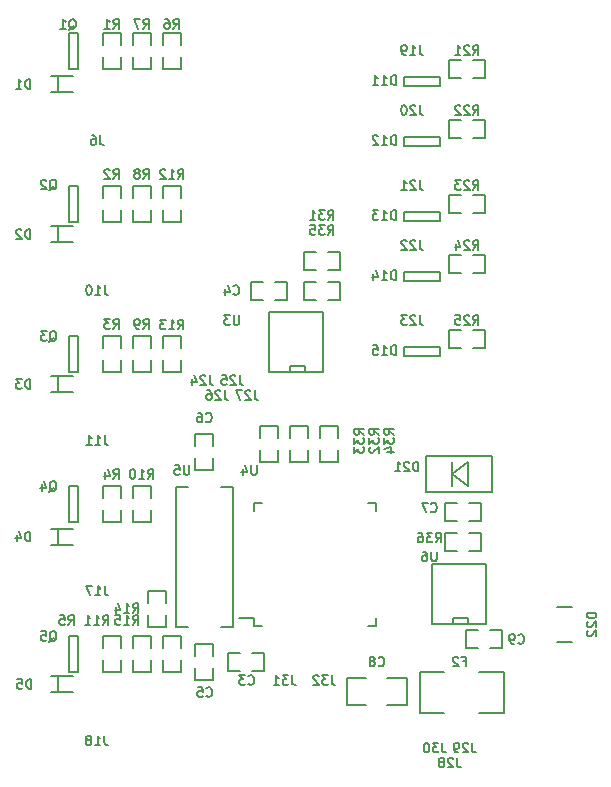
<source format=gbr>
G04 #@! TF.GenerationSoftware,KiCad,Pcbnew,5.0.0-fee4fd1~66~ubuntu16.04.1*
G04 #@! TF.CreationDate,2018-09-19T21:09:30+02:00*
G04 #@! TF.ProjectId,switch_3pole_5x,7377697463685F33706F6C655F35782E,1*
G04 #@! TF.SameCoordinates,Original*
G04 #@! TF.FileFunction,Legend,Bot*
G04 #@! TF.FilePolarity,Positive*
%FSLAX46Y46*%
G04 Gerber Fmt 4.6, Leading zero omitted, Abs format (unit mm)*
G04 Created by KiCad (PCBNEW 5.0.0-fee4fd1~66~ubuntu16.04.1) date Wed Sep 19 21:09:30 2018*
%MOMM*%
%LPD*%
G01*
G04 APERTURE LIST*
%ADD10C,0.150000*%
G04 APERTURE END LIST*
D10*
G04 #@! TO.C,U3*
X164084000Y-79756000D02*
X164084000Y-80264000D01*
X165354000Y-79756000D02*
X164084000Y-79756000D01*
X165354000Y-80264000D02*
X165354000Y-79756000D01*
X162306000Y-80264000D02*
X166878000Y-80264000D01*
X162306000Y-75184000D02*
X162306000Y-80264000D01*
X166878000Y-75184000D02*
X162306000Y-75184000D01*
X166878000Y-80264000D02*
X166878000Y-75184000D01*
G04 #@! TO.C,U6*
X177927000Y-101092000D02*
X177927000Y-101600000D01*
X179197000Y-101092000D02*
X177927000Y-101092000D01*
X179197000Y-101600000D02*
X179197000Y-101092000D01*
X176149000Y-101600000D02*
X180721000Y-101600000D01*
X176149000Y-96520000D02*
X176149000Y-101600000D01*
X180721000Y-96520000D02*
X176149000Y-96520000D01*
X180721000Y-101600000D02*
X180721000Y-96520000D01*
G04 #@! TO.C,D11*
X173736000Y-55245000D02*
X173736000Y-56007000D01*
X176784000Y-55245000D02*
X173736000Y-55245000D01*
X176784000Y-56007000D02*
X176784000Y-55245000D01*
X173736000Y-56007000D02*
X176784000Y-56007000D01*
G04 #@! TO.C,D12*
X173736000Y-60325000D02*
X173736000Y-61087000D01*
X176784000Y-60325000D02*
X173736000Y-60325000D01*
X176784000Y-61087000D02*
X176784000Y-60325000D01*
X173736000Y-61087000D02*
X176784000Y-61087000D01*
G04 #@! TO.C,D13*
X173736000Y-66675000D02*
X173736000Y-67437000D01*
X176784000Y-66675000D02*
X173736000Y-66675000D01*
X176784000Y-67437000D02*
X176784000Y-66675000D01*
X173736000Y-67437000D02*
X176784000Y-67437000D01*
G04 #@! TO.C,D14*
X173736000Y-71755000D02*
X173736000Y-72517000D01*
X176784000Y-71755000D02*
X173736000Y-71755000D01*
X176784000Y-72517000D02*
X176784000Y-71755000D01*
X173736000Y-72517000D02*
X176784000Y-72517000D01*
G04 #@! TO.C,D15*
X173736000Y-78105000D02*
X173736000Y-78867000D01*
X176784000Y-78105000D02*
X173736000Y-78105000D01*
X176784000Y-78867000D02*
X176784000Y-78105000D01*
X173736000Y-78867000D02*
X176784000Y-78867000D01*
G04 #@! TO.C,D22*
X187975000Y-103100000D02*
X186675000Y-103100000D01*
X187975000Y-100100000D02*
X186675000Y-100100000D01*
G04 #@! TO.C,F2*
X182165600Y-109067600D02*
X180082800Y-109067600D01*
X182165600Y-105587800D02*
X182165600Y-109067600D01*
X180082800Y-105587800D02*
X182165600Y-105587800D01*
X175079000Y-109067600D02*
X177161800Y-109067600D01*
X175079000Y-105587800D02*
X175079000Y-109067600D01*
X177161800Y-105587800D02*
X175079000Y-105587800D01*
G04 #@! TO.C,Q1*
X145415000Y-54610000D02*
X146177000Y-54610000D01*
X145415000Y-51562000D02*
X145415000Y-54610000D01*
X146177000Y-51562000D02*
X145415000Y-51562000D01*
X146177000Y-54610000D02*
X146177000Y-51562000D01*
G04 #@! TO.C,Q2*
X145415000Y-67564000D02*
X146177000Y-67564000D01*
X145415000Y-64516000D02*
X145415000Y-67564000D01*
X146177000Y-64516000D02*
X145415000Y-64516000D01*
X146177000Y-67564000D02*
X146177000Y-64516000D01*
G04 #@! TO.C,Q3*
X145415000Y-80264000D02*
X146177000Y-80264000D01*
X145415000Y-77216000D02*
X145415000Y-80264000D01*
X146177000Y-77216000D02*
X145415000Y-77216000D01*
X146177000Y-80264000D02*
X146177000Y-77216000D01*
G04 #@! TO.C,Q4*
X145415000Y-92964000D02*
X146177000Y-92964000D01*
X145415000Y-89916000D02*
X145415000Y-92964000D01*
X146177000Y-89916000D02*
X145415000Y-89916000D01*
X146177000Y-92964000D02*
X146177000Y-89916000D01*
G04 #@! TO.C,Q5*
X145415000Y-105664000D02*
X146177000Y-105664000D01*
X145415000Y-102616000D02*
X145415000Y-105664000D01*
X146177000Y-102616000D02*
X145415000Y-102616000D01*
X146177000Y-105664000D02*
X146177000Y-102616000D01*
G04 #@! TO.C,C3*
X161861500Y-104013000D02*
X160845500Y-104013000D01*
X161861500Y-105537000D02*
X161861500Y-104013000D01*
X160845500Y-105537000D02*
X161861500Y-105537000D01*
X158813500Y-105537000D02*
X159829500Y-105537000D01*
X158813500Y-104013000D02*
X158813500Y-105537000D01*
X159829500Y-104013000D02*
X158813500Y-104013000D01*
G04 #@! TO.C,C4*
X160821000Y-74097000D02*
X161837000Y-74097000D01*
X160821000Y-72573000D02*
X160821000Y-74097000D01*
X161837000Y-72573000D02*
X160821000Y-72573000D01*
X163869000Y-72573000D02*
X162853000Y-72573000D01*
X163869000Y-74097000D02*
X163869000Y-72573000D01*
X162853000Y-74097000D02*
X163869000Y-74097000D01*
G04 #@! TO.C,C5*
X157607000Y-106299000D02*
X157607000Y-105283000D01*
X156083000Y-106299000D02*
X157607000Y-106299000D01*
X156083000Y-105283000D02*
X156083000Y-106299000D01*
X156083000Y-103251000D02*
X156083000Y-104267000D01*
X157607000Y-103251000D02*
X156083000Y-103251000D01*
X157607000Y-104267000D02*
X157607000Y-103251000D01*
G04 #@! TO.C,C6*
X156083000Y-85471000D02*
X156083000Y-86487000D01*
X157607000Y-85471000D02*
X156083000Y-85471000D01*
X157607000Y-86487000D02*
X157607000Y-85471000D01*
X157607000Y-88519000D02*
X157607000Y-87503000D01*
X156083000Y-88519000D02*
X157607000Y-88519000D01*
X156083000Y-87503000D02*
X156083000Y-88519000D01*
G04 #@! TO.C,C7*
X180276500Y-91313000D02*
X179260500Y-91313000D01*
X180276500Y-92837000D02*
X180276500Y-91313000D01*
X179260500Y-92837000D02*
X180276500Y-92837000D01*
X177228500Y-92837000D02*
X178244500Y-92837000D01*
X177228500Y-91313000D02*
X177228500Y-92837000D01*
X178244500Y-91313000D02*
X177228500Y-91313000D01*
G04 #@! TO.C,C8*
X170561000Y-108458000D02*
X168910000Y-108458000D01*
X173990000Y-106172000D02*
X172339000Y-106172000D01*
X173990000Y-108458000D02*
X173990000Y-106172000D01*
X172339000Y-108458000D02*
X173990000Y-108458000D01*
X168910000Y-106172000D02*
X170561000Y-106172000D01*
X168910000Y-108458000D02*
X168910000Y-106172000D01*
G04 #@! TO.C,C9*
X182030000Y-102108000D02*
X181014000Y-102108000D01*
X182030000Y-103632000D02*
X182030000Y-102108000D01*
X181014000Y-103632000D02*
X182030000Y-103632000D01*
X178982000Y-103632000D02*
X179998000Y-103632000D01*
X178982000Y-102108000D02*
X178982000Y-103632000D01*
X179998000Y-102108000D02*
X178982000Y-102108000D01*
G04 #@! TO.C,D1*
X143880840Y-56555640D02*
X145679160Y-56555640D01*
X145679160Y-55204360D02*
X143880840Y-55204360D01*
X144429480Y-55204360D02*
X144429480Y-56555640D01*
G04 #@! TO.C,D2*
X143880840Y-69255640D02*
X145679160Y-69255640D01*
X145679160Y-67904360D02*
X143880840Y-67904360D01*
X144429480Y-67904360D02*
X144429480Y-69255640D01*
G04 #@! TO.C,D3*
X143880840Y-81955640D02*
X145679160Y-81955640D01*
X145679160Y-80604360D02*
X143880840Y-80604360D01*
X144429480Y-80604360D02*
X144429480Y-81955640D01*
G04 #@! TO.C,D4*
X143880840Y-94869182D02*
X145679160Y-94869182D01*
X145679160Y-93517902D02*
X143880840Y-93517902D01*
X144429480Y-93517902D02*
X144429480Y-94869182D01*
G04 #@! TO.C,D5*
X143880840Y-107355640D02*
X145679160Y-107355640D01*
X145679160Y-106004360D02*
X143880840Y-106004360D01*
X144429480Y-106004360D02*
X144429480Y-107355640D01*
G04 #@! TO.C,D21*
X177800000Y-88900000D02*
X179197000Y-87884000D01*
X179197000Y-89916000D02*
X177800000Y-88900000D01*
X179197000Y-87884000D02*
X179197000Y-89916000D01*
X177800000Y-87884000D02*
X177800000Y-89916000D01*
X175641000Y-87376000D02*
X175641000Y-90424000D01*
X181229000Y-90424000D02*
X181229000Y-87376000D01*
X181229000Y-87376000D02*
X175641000Y-87376000D01*
X175641000Y-90424000D02*
X181229000Y-90424000D01*
G04 #@! TO.C,R1*
X149772000Y-54539000D02*
X149772000Y-53523000D01*
X148248000Y-54539000D02*
X149772000Y-54539000D01*
X148248000Y-53523000D02*
X148248000Y-54539000D01*
X148248000Y-51491000D02*
X148248000Y-52507000D01*
X149772000Y-51491000D02*
X148248000Y-51491000D01*
X149772000Y-52507000D02*
X149772000Y-51491000D01*
G04 #@! TO.C,R2*
X149772000Y-67564000D02*
X149772000Y-66548000D01*
X148248000Y-67564000D02*
X149772000Y-67564000D01*
X148248000Y-66548000D02*
X148248000Y-67564000D01*
X148248000Y-64516000D02*
X148248000Y-65532000D01*
X149772000Y-64516000D02*
X148248000Y-64516000D01*
X149772000Y-65532000D02*
X149772000Y-64516000D01*
G04 #@! TO.C,R3*
X149772000Y-80264000D02*
X149772000Y-79248000D01*
X148248000Y-80264000D02*
X149772000Y-80264000D01*
X148248000Y-79248000D02*
X148248000Y-80264000D01*
X148248000Y-77216000D02*
X148248000Y-78232000D01*
X149772000Y-77216000D02*
X148248000Y-77216000D01*
X149772000Y-78232000D02*
X149772000Y-77216000D01*
G04 #@! TO.C,R4*
X149772000Y-92964000D02*
X149772000Y-91948000D01*
X148248000Y-92964000D02*
X149772000Y-92964000D01*
X148248000Y-91948000D02*
X148248000Y-92964000D01*
X148248000Y-89916000D02*
X148248000Y-90932000D01*
X149772000Y-89916000D02*
X148248000Y-89916000D01*
X149772000Y-90932000D02*
X149772000Y-89916000D01*
G04 #@! TO.C,R5*
X149772000Y-105664000D02*
X149772000Y-104648000D01*
X148248000Y-105664000D02*
X149772000Y-105664000D01*
X148248000Y-104648000D02*
X148248000Y-105664000D01*
X148248000Y-102616000D02*
X148248000Y-103632000D01*
X149772000Y-102616000D02*
X148248000Y-102616000D01*
X149772000Y-103632000D02*
X149772000Y-102616000D01*
G04 #@! TO.C,R7*
X152312000Y-54539000D02*
X152312000Y-53523000D01*
X150788000Y-54539000D02*
X152312000Y-54539000D01*
X150788000Y-53523000D02*
X150788000Y-54539000D01*
X150788000Y-51491000D02*
X150788000Y-52507000D01*
X152312000Y-51491000D02*
X150788000Y-51491000D01*
X152312000Y-52507000D02*
X152312000Y-51491000D01*
G04 #@! TO.C,R8*
X152312000Y-67564000D02*
X152312000Y-66548000D01*
X150788000Y-67564000D02*
X152312000Y-67564000D01*
X150788000Y-66548000D02*
X150788000Y-67564000D01*
X150788000Y-64516000D02*
X150788000Y-65532000D01*
X152312000Y-64516000D02*
X150788000Y-64516000D01*
X152312000Y-65532000D02*
X152312000Y-64516000D01*
G04 #@! TO.C,R9*
X152312000Y-80264000D02*
X152312000Y-79248000D01*
X150788000Y-80264000D02*
X152312000Y-80264000D01*
X150788000Y-79248000D02*
X150788000Y-80264000D01*
X150788000Y-77216000D02*
X150788000Y-78232000D01*
X152312000Y-77216000D02*
X150788000Y-77216000D01*
X152312000Y-78232000D02*
X152312000Y-77216000D01*
G04 #@! TO.C,R10*
X152312000Y-92964000D02*
X152312000Y-91948000D01*
X150788000Y-92964000D02*
X152312000Y-92964000D01*
X150788000Y-91948000D02*
X150788000Y-92964000D01*
X150788000Y-89916000D02*
X150788000Y-90932000D01*
X152312000Y-89916000D02*
X150788000Y-89916000D01*
X152312000Y-90932000D02*
X152312000Y-89916000D01*
G04 #@! TO.C,R11*
X152312000Y-105664000D02*
X152312000Y-104648000D01*
X150788000Y-105664000D02*
X152312000Y-105664000D01*
X150788000Y-104648000D02*
X150788000Y-105664000D01*
X150788000Y-102616000D02*
X150788000Y-103632000D01*
X152312000Y-102616000D02*
X150788000Y-102616000D01*
X152312000Y-103632000D02*
X152312000Y-102616000D01*
G04 #@! TO.C,R21*
X180594000Y-53848000D02*
X179578000Y-53848000D01*
X180594000Y-55372000D02*
X180594000Y-53848000D01*
X179578000Y-55372000D02*
X180594000Y-55372000D01*
X177546000Y-55372000D02*
X178562000Y-55372000D01*
X177546000Y-53848000D02*
X177546000Y-55372000D01*
X178562000Y-53848000D02*
X177546000Y-53848000D01*
G04 #@! TO.C,R22*
X180594000Y-58928000D02*
X179578000Y-58928000D01*
X180594000Y-60452000D02*
X180594000Y-58928000D01*
X179578000Y-60452000D02*
X180594000Y-60452000D01*
X177546000Y-60452000D02*
X178562000Y-60452000D01*
X177546000Y-58928000D02*
X177546000Y-60452000D01*
X178562000Y-58928000D02*
X177546000Y-58928000D01*
G04 #@! TO.C,R23*
X180594000Y-65278000D02*
X179578000Y-65278000D01*
X180594000Y-66802000D02*
X180594000Y-65278000D01*
X179578000Y-66802000D02*
X180594000Y-66802000D01*
X177546000Y-66802000D02*
X178562000Y-66802000D01*
X177546000Y-65278000D02*
X177546000Y-66802000D01*
X178562000Y-65278000D02*
X177546000Y-65278000D01*
G04 #@! TO.C,R24*
X180594000Y-70358000D02*
X179578000Y-70358000D01*
X180594000Y-71882000D02*
X180594000Y-70358000D01*
X179578000Y-71882000D02*
X180594000Y-71882000D01*
X177546000Y-71882000D02*
X178562000Y-71882000D01*
X177546000Y-70358000D02*
X177546000Y-71882000D01*
X178562000Y-70358000D02*
X177546000Y-70358000D01*
G04 #@! TO.C,R25*
X180594000Y-76708000D02*
X179578000Y-76708000D01*
X180594000Y-78232000D02*
X180594000Y-76708000D01*
X179578000Y-78232000D02*
X180594000Y-78232000D01*
X177546000Y-78232000D02*
X178562000Y-78232000D01*
X177546000Y-76708000D02*
X177546000Y-78232000D01*
X178562000Y-76708000D02*
X177546000Y-76708000D01*
G04 #@! TO.C,R31*
X168314000Y-70033000D02*
X167298000Y-70033000D01*
X168314000Y-71557000D02*
X168314000Y-70033000D01*
X167298000Y-71557000D02*
X168314000Y-71557000D01*
X165266000Y-71557000D02*
X166282000Y-71557000D01*
X165266000Y-70033000D02*
X165266000Y-71557000D01*
X166282000Y-70033000D02*
X165266000Y-70033000D01*
G04 #@! TO.C,R32*
X164123000Y-84836000D02*
X164123000Y-85852000D01*
X165647000Y-84836000D02*
X164123000Y-84836000D01*
X165647000Y-85852000D02*
X165647000Y-84836000D01*
X165647000Y-87884000D02*
X165647000Y-86868000D01*
X164123000Y-87884000D02*
X165647000Y-87884000D01*
X164123000Y-86868000D02*
X164123000Y-87884000D01*
G04 #@! TO.C,R33*
X161583000Y-84836000D02*
X161583000Y-85852000D01*
X163107000Y-84836000D02*
X161583000Y-84836000D01*
X163107000Y-85852000D02*
X163107000Y-84836000D01*
X163107000Y-87884000D02*
X163107000Y-86868000D01*
X161583000Y-87884000D02*
X163107000Y-87884000D01*
X161583000Y-86868000D02*
X161583000Y-87884000D01*
G04 #@! TO.C,R34*
X166663000Y-84836000D02*
X166663000Y-85852000D01*
X168187000Y-84836000D02*
X166663000Y-84836000D01*
X168187000Y-85852000D02*
X168187000Y-84836000D01*
X168187000Y-87884000D02*
X168187000Y-86868000D01*
X166663000Y-87884000D02*
X168187000Y-87884000D01*
X166663000Y-86868000D02*
X166663000Y-87884000D01*
G04 #@! TO.C,R35*
X168314000Y-72573000D02*
X167298000Y-72573000D01*
X168314000Y-74097000D02*
X168314000Y-72573000D01*
X167298000Y-74097000D02*
X168314000Y-74097000D01*
X165266000Y-74097000D02*
X166282000Y-74097000D01*
X165266000Y-72573000D02*
X165266000Y-74097000D01*
X166282000Y-72573000D02*
X165266000Y-72573000D01*
G04 #@! TO.C,R36*
X177228500Y-95377000D02*
X178244500Y-95377000D01*
X177228500Y-93853000D02*
X177228500Y-95377000D01*
X178244500Y-93853000D02*
X177228500Y-93853000D01*
X180276500Y-93853000D02*
X179260500Y-93853000D01*
X180276500Y-95377000D02*
X180276500Y-93853000D01*
X179260500Y-95377000D02*
X180276500Y-95377000D01*
G04 #@! TO.C,U5*
X159245300Y-89984580D02*
X159245300Y-101785420D01*
X154444700Y-101785420D02*
X154444700Y-89984580D01*
X154444700Y-89984580D02*
X155445460Y-89984580D01*
X159245300Y-89984580D02*
X158244540Y-89984580D01*
X159245300Y-101785420D02*
X158244540Y-101785420D01*
X154444700Y-101785420D02*
X155445460Y-101785420D01*
G04 #@! TO.C,U4*
X161055000Y-101020000D02*
X159780000Y-101020000D01*
X171405000Y-101695000D02*
X170730000Y-101695000D01*
X171405000Y-91345000D02*
X170730000Y-91345000D01*
X161055000Y-91345000D02*
X161730000Y-91345000D01*
X161055000Y-101695000D02*
X161730000Y-101695000D01*
X161055000Y-91345000D02*
X161055000Y-92020000D01*
X171405000Y-91345000D02*
X171405000Y-92020000D01*
X171405000Y-101695000D02*
X171405000Y-101020000D01*
X161055000Y-101695000D02*
X161055000Y-101020000D01*
G04 #@! TO.C,R6*
X153328000Y-51491000D02*
X153328000Y-52507000D01*
X154852000Y-51491000D02*
X153328000Y-51491000D01*
X154852000Y-52507000D02*
X154852000Y-51491000D01*
X154852000Y-54539000D02*
X154852000Y-53523000D01*
X153328000Y-54539000D02*
X154852000Y-54539000D01*
X153328000Y-53523000D02*
X153328000Y-54539000D01*
G04 #@! TO.C,R12*
X153328000Y-64508500D02*
X153328000Y-65524500D01*
X154852000Y-64508500D02*
X153328000Y-64508500D01*
X154852000Y-65524500D02*
X154852000Y-64508500D01*
X154852000Y-67556500D02*
X154852000Y-66540500D01*
X153328000Y-67556500D02*
X154852000Y-67556500D01*
X153328000Y-66540500D02*
X153328000Y-67556500D01*
G04 #@! TO.C,R13*
X153328000Y-77208500D02*
X153328000Y-78224500D01*
X154852000Y-77208500D02*
X153328000Y-77208500D01*
X154852000Y-78224500D02*
X154852000Y-77208500D01*
X154852000Y-80256500D02*
X154852000Y-79240500D01*
X153328000Y-80256500D02*
X154852000Y-80256500D01*
X153328000Y-79240500D02*
X153328000Y-80256500D01*
G04 #@! TO.C,R14*
X153582000Y-101846500D02*
X153582000Y-100830500D01*
X152058000Y-101846500D02*
X153582000Y-101846500D01*
X152058000Y-100830500D02*
X152058000Y-101846500D01*
X152058000Y-98798500D02*
X152058000Y-99814500D01*
X153582000Y-98798500D02*
X152058000Y-98798500D01*
X153582000Y-99814500D02*
X153582000Y-98798500D01*
G04 #@! TO.C,R15*
X153328000Y-102608500D02*
X153328000Y-103624500D01*
X154852000Y-102608500D02*
X153328000Y-102608500D01*
X154852000Y-103624500D02*
X154852000Y-102608500D01*
X154852000Y-105656500D02*
X154852000Y-104640500D01*
X153328000Y-105656500D02*
X154852000Y-105656500D01*
X153328000Y-104640500D02*
X153328000Y-105656500D01*
G04 #@! TO.C,U3*
X159779523Y-75436904D02*
X159779523Y-76084523D01*
X159741428Y-76160714D01*
X159703333Y-76198809D01*
X159627142Y-76236904D01*
X159474761Y-76236904D01*
X159398571Y-76198809D01*
X159360476Y-76160714D01*
X159322380Y-76084523D01*
X159322380Y-75436904D01*
X159017619Y-75436904D02*
X158522380Y-75436904D01*
X158789047Y-75741666D01*
X158674761Y-75741666D01*
X158598571Y-75779761D01*
X158560476Y-75817857D01*
X158522380Y-75894047D01*
X158522380Y-76084523D01*
X158560476Y-76160714D01*
X158598571Y-76198809D01*
X158674761Y-76236904D01*
X158903333Y-76236904D01*
X158979523Y-76198809D01*
X159017619Y-76160714D01*
G04 #@! TO.C,U6*
X176504523Y-95446904D02*
X176504523Y-96094523D01*
X176466428Y-96170714D01*
X176428333Y-96208809D01*
X176352142Y-96246904D01*
X176199761Y-96246904D01*
X176123571Y-96208809D01*
X176085476Y-96170714D01*
X176047380Y-96094523D01*
X176047380Y-95446904D01*
X175323571Y-95446904D02*
X175475952Y-95446904D01*
X175552142Y-95485000D01*
X175590238Y-95523095D01*
X175666428Y-95637380D01*
X175704523Y-95789761D01*
X175704523Y-96094523D01*
X175666428Y-96170714D01*
X175628333Y-96208809D01*
X175552142Y-96246904D01*
X175399761Y-96246904D01*
X175323571Y-96208809D01*
X175285476Y-96170714D01*
X175247380Y-96094523D01*
X175247380Y-95904047D01*
X175285476Y-95827857D01*
X175323571Y-95789761D01*
X175399761Y-95751666D01*
X175552142Y-95751666D01*
X175628333Y-95789761D01*
X175666428Y-95827857D01*
X175704523Y-95904047D01*
G04 #@! TO.C,D11*
X173056428Y-55916904D02*
X173056428Y-55116904D01*
X172865952Y-55116904D01*
X172751666Y-55155000D01*
X172675476Y-55231190D01*
X172637380Y-55307380D01*
X172599285Y-55459761D01*
X172599285Y-55574047D01*
X172637380Y-55726428D01*
X172675476Y-55802619D01*
X172751666Y-55878809D01*
X172865952Y-55916904D01*
X173056428Y-55916904D01*
X171837380Y-55916904D02*
X172294523Y-55916904D01*
X172065952Y-55916904D02*
X172065952Y-55116904D01*
X172142142Y-55231190D01*
X172218333Y-55307380D01*
X172294523Y-55345476D01*
X171075476Y-55916904D02*
X171532619Y-55916904D01*
X171304047Y-55916904D02*
X171304047Y-55116904D01*
X171380238Y-55231190D01*
X171456428Y-55307380D01*
X171532619Y-55345476D01*
G04 #@! TO.C,D12*
X173056428Y-60996904D02*
X173056428Y-60196904D01*
X172865952Y-60196904D01*
X172751666Y-60235000D01*
X172675476Y-60311190D01*
X172637380Y-60387380D01*
X172599285Y-60539761D01*
X172599285Y-60654047D01*
X172637380Y-60806428D01*
X172675476Y-60882619D01*
X172751666Y-60958809D01*
X172865952Y-60996904D01*
X173056428Y-60996904D01*
X171837380Y-60996904D02*
X172294523Y-60996904D01*
X172065952Y-60996904D02*
X172065952Y-60196904D01*
X172142142Y-60311190D01*
X172218333Y-60387380D01*
X172294523Y-60425476D01*
X171532619Y-60273095D02*
X171494523Y-60235000D01*
X171418333Y-60196904D01*
X171227857Y-60196904D01*
X171151666Y-60235000D01*
X171113571Y-60273095D01*
X171075476Y-60349285D01*
X171075476Y-60425476D01*
X171113571Y-60539761D01*
X171570714Y-60996904D01*
X171075476Y-60996904D01*
G04 #@! TO.C,D13*
X173056428Y-67346904D02*
X173056428Y-66546904D01*
X172865952Y-66546904D01*
X172751666Y-66585000D01*
X172675476Y-66661190D01*
X172637380Y-66737380D01*
X172599285Y-66889761D01*
X172599285Y-67004047D01*
X172637380Y-67156428D01*
X172675476Y-67232619D01*
X172751666Y-67308809D01*
X172865952Y-67346904D01*
X173056428Y-67346904D01*
X171837380Y-67346904D02*
X172294523Y-67346904D01*
X172065952Y-67346904D02*
X172065952Y-66546904D01*
X172142142Y-66661190D01*
X172218333Y-66737380D01*
X172294523Y-66775476D01*
X171570714Y-66546904D02*
X171075476Y-66546904D01*
X171342142Y-66851666D01*
X171227857Y-66851666D01*
X171151666Y-66889761D01*
X171113571Y-66927857D01*
X171075476Y-67004047D01*
X171075476Y-67194523D01*
X171113571Y-67270714D01*
X171151666Y-67308809D01*
X171227857Y-67346904D01*
X171456428Y-67346904D01*
X171532619Y-67308809D01*
X171570714Y-67270714D01*
G04 #@! TO.C,D14*
X173056428Y-72426904D02*
X173056428Y-71626904D01*
X172865952Y-71626904D01*
X172751666Y-71665000D01*
X172675476Y-71741190D01*
X172637380Y-71817380D01*
X172599285Y-71969761D01*
X172599285Y-72084047D01*
X172637380Y-72236428D01*
X172675476Y-72312619D01*
X172751666Y-72388809D01*
X172865952Y-72426904D01*
X173056428Y-72426904D01*
X171837380Y-72426904D02*
X172294523Y-72426904D01*
X172065952Y-72426904D02*
X172065952Y-71626904D01*
X172142142Y-71741190D01*
X172218333Y-71817380D01*
X172294523Y-71855476D01*
X171151666Y-71893571D02*
X171151666Y-72426904D01*
X171342142Y-71588809D02*
X171532619Y-72160238D01*
X171037380Y-72160238D01*
G04 #@! TO.C,D15*
X173056428Y-78776904D02*
X173056428Y-77976904D01*
X172865952Y-77976904D01*
X172751666Y-78015000D01*
X172675476Y-78091190D01*
X172637380Y-78167380D01*
X172599285Y-78319761D01*
X172599285Y-78434047D01*
X172637380Y-78586428D01*
X172675476Y-78662619D01*
X172751666Y-78738809D01*
X172865952Y-78776904D01*
X173056428Y-78776904D01*
X171837380Y-78776904D02*
X172294523Y-78776904D01*
X172065952Y-78776904D02*
X172065952Y-77976904D01*
X172142142Y-78091190D01*
X172218333Y-78167380D01*
X172294523Y-78205476D01*
X171113571Y-77976904D02*
X171494523Y-77976904D01*
X171532619Y-78357857D01*
X171494523Y-78319761D01*
X171418333Y-78281666D01*
X171227857Y-78281666D01*
X171151666Y-78319761D01*
X171113571Y-78357857D01*
X171075476Y-78434047D01*
X171075476Y-78624523D01*
X171113571Y-78700714D01*
X171151666Y-78738809D01*
X171227857Y-78776904D01*
X171418333Y-78776904D01*
X171494523Y-78738809D01*
X171532619Y-78700714D01*
G04 #@! TO.C,D22*
X190011904Y-100628571D02*
X189211904Y-100628571D01*
X189211904Y-100819047D01*
X189250000Y-100933333D01*
X189326190Y-101009523D01*
X189402380Y-101047619D01*
X189554761Y-101085714D01*
X189669047Y-101085714D01*
X189821428Y-101047619D01*
X189897619Y-101009523D01*
X189973809Y-100933333D01*
X190011904Y-100819047D01*
X190011904Y-100628571D01*
X189288095Y-101390476D02*
X189250000Y-101428571D01*
X189211904Y-101504761D01*
X189211904Y-101695238D01*
X189250000Y-101771428D01*
X189288095Y-101809523D01*
X189364285Y-101847619D01*
X189440476Y-101847619D01*
X189554761Y-101809523D01*
X190011904Y-101352380D01*
X190011904Y-101847619D01*
X189288095Y-102152380D02*
X189250000Y-102190476D01*
X189211904Y-102266666D01*
X189211904Y-102457142D01*
X189250000Y-102533333D01*
X189288095Y-102571428D01*
X189364285Y-102609523D01*
X189440476Y-102609523D01*
X189554761Y-102571428D01*
X190011904Y-102114285D01*
X190011904Y-102609523D01*
G04 #@! TO.C,F2*
X178701666Y-104717857D02*
X178968333Y-104717857D01*
X178968333Y-105136904D02*
X178968333Y-104336904D01*
X178587380Y-104336904D01*
X178320714Y-104413095D02*
X178282619Y-104375000D01*
X178206428Y-104336904D01*
X178015952Y-104336904D01*
X177939761Y-104375000D01*
X177901666Y-104413095D01*
X177863571Y-104489285D01*
X177863571Y-104565476D01*
X177901666Y-104679761D01*
X178358809Y-105136904D01*
X177863571Y-105136904D01*
G04 #@! TO.C,Q1*
X145364190Y-51238095D02*
X145440380Y-51200000D01*
X145516571Y-51123809D01*
X145630857Y-51009523D01*
X145707047Y-50971428D01*
X145783238Y-50971428D01*
X145745142Y-51161904D02*
X145821333Y-51123809D01*
X145897523Y-51047619D01*
X145935619Y-50895238D01*
X145935619Y-50628571D01*
X145897523Y-50476190D01*
X145821333Y-50400000D01*
X145745142Y-50361904D01*
X145592761Y-50361904D01*
X145516571Y-50400000D01*
X145440380Y-50476190D01*
X145402285Y-50628571D01*
X145402285Y-50895238D01*
X145440380Y-51047619D01*
X145516571Y-51123809D01*
X145592761Y-51161904D01*
X145745142Y-51161904D01*
X144640380Y-51161904D02*
X145097523Y-51161904D01*
X144868952Y-51161904D02*
X144868952Y-50361904D01*
X144945142Y-50476190D01*
X145021333Y-50552380D01*
X145097523Y-50590476D01*
G04 #@! TO.C,Q2*
X143713190Y-64827095D02*
X143789380Y-64789000D01*
X143865571Y-64712809D01*
X143979857Y-64598523D01*
X144056047Y-64560428D01*
X144132238Y-64560428D01*
X144094142Y-64750904D02*
X144170333Y-64712809D01*
X144246523Y-64636619D01*
X144284619Y-64484238D01*
X144284619Y-64217571D01*
X144246523Y-64065190D01*
X144170333Y-63989000D01*
X144094142Y-63950904D01*
X143941761Y-63950904D01*
X143865571Y-63989000D01*
X143789380Y-64065190D01*
X143751285Y-64217571D01*
X143751285Y-64484238D01*
X143789380Y-64636619D01*
X143865571Y-64712809D01*
X143941761Y-64750904D01*
X144094142Y-64750904D01*
X143446523Y-64027095D02*
X143408428Y-63989000D01*
X143332238Y-63950904D01*
X143141761Y-63950904D01*
X143065571Y-63989000D01*
X143027476Y-64027095D01*
X142989380Y-64103285D01*
X142989380Y-64179476D01*
X143027476Y-64293761D01*
X143484619Y-64750904D01*
X142989380Y-64750904D01*
G04 #@! TO.C,Q3*
X143713190Y-77654095D02*
X143789380Y-77616000D01*
X143865571Y-77539809D01*
X143979857Y-77425523D01*
X144056047Y-77387428D01*
X144132238Y-77387428D01*
X144094142Y-77577904D02*
X144170333Y-77539809D01*
X144246523Y-77463619D01*
X144284619Y-77311238D01*
X144284619Y-77044571D01*
X144246523Y-76892190D01*
X144170333Y-76816000D01*
X144094142Y-76777904D01*
X143941761Y-76777904D01*
X143865571Y-76816000D01*
X143789380Y-76892190D01*
X143751285Y-77044571D01*
X143751285Y-77311238D01*
X143789380Y-77463619D01*
X143865571Y-77539809D01*
X143941761Y-77577904D01*
X144094142Y-77577904D01*
X143484619Y-76777904D02*
X142989380Y-76777904D01*
X143256047Y-77082666D01*
X143141761Y-77082666D01*
X143065571Y-77120761D01*
X143027476Y-77158857D01*
X142989380Y-77235047D01*
X142989380Y-77425523D01*
X143027476Y-77501714D01*
X143065571Y-77539809D01*
X143141761Y-77577904D01*
X143370333Y-77577904D01*
X143446523Y-77539809D01*
X143484619Y-77501714D01*
G04 #@! TO.C,Q4*
X143713190Y-90354095D02*
X143789380Y-90316000D01*
X143865571Y-90239809D01*
X143979857Y-90125523D01*
X144056047Y-90087428D01*
X144132238Y-90087428D01*
X144094142Y-90277904D02*
X144170333Y-90239809D01*
X144246523Y-90163619D01*
X144284619Y-90011238D01*
X144284619Y-89744571D01*
X144246523Y-89592190D01*
X144170333Y-89516000D01*
X144094142Y-89477904D01*
X143941761Y-89477904D01*
X143865571Y-89516000D01*
X143789380Y-89592190D01*
X143751285Y-89744571D01*
X143751285Y-90011238D01*
X143789380Y-90163619D01*
X143865571Y-90239809D01*
X143941761Y-90277904D01*
X144094142Y-90277904D01*
X143065571Y-89744571D02*
X143065571Y-90277904D01*
X143256047Y-89439809D02*
X143446523Y-90011238D01*
X142951285Y-90011238D01*
G04 #@! TO.C,Q5*
X143713190Y-103054095D02*
X143789380Y-103016000D01*
X143865571Y-102939809D01*
X143979857Y-102825523D01*
X144056047Y-102787428D01*
X144132238Y-102787428D01*
X144094142Y-102977904D02*
X144170333Y-102939809D01*
X144246523Y-102863619D01*
X144284619Y-102711238D01*
X144284619Y-102444571D01*
X144246523Y-102292190D01*
X144170333Y-102216000D01*
X144094142Y-102177904D01*
X143941761Y-102177904D01*
X143865571Y-102216000D01*
X143789380Y-102292190D01*
X143751285Y-102444571D01*
X143751285Y-102711238D01*
X143789380Y-102863619D01*
X143865571Y-102939809D01*
X143941761Y-102977904D01*
X144094142Y-102977904D01*
X143027476Y-102177904D02*
X143408428Y-102177904D01*
X143446523Y-102558857D01*
X143408428Y-102520761D01*
X143332238Y-102482666D01*
X143141761Y-102482666D01*
X143065571Y-102520761D01*
X143027476Y-102558857D01*
X142989380Y-102635047D01*
X142989380Y-102825523D01*
X143027476Y-102901714D01*
X143065571Y-102939809D01*
X143141761Y-102977904D01*
X143332238Y-102977904D01*
X143408428Y-102939809D01*
X143446523Y-102901714D01*
G04 #@! TO.C,C3*
X160573333Y-106640714D02*
X160611428Y-106678809D01*
X160725714Y-106716904D01*
X160801904Y-106716904D01*
X160916190Y-106678809D01*
X160992380Y-106602619D01*
X161030476Y-106526428D01*
X161068571Y-106374047D01*
X161068571Y-106259761D01*
X161030476Y-106107380D01*
X160992380Y-106031190D01*
X160916190Y-105955000D01*
X160801904Y-105916904D01*
X160725714Y-105916904D01*
X160611428Y-105955000D01*
X160573333Y-105993095D01*
X160306666Y-105916904D02*
X159811428Y-105916904D01*
X160078095Y-106221666D01*
X159963809Y-106221666D01*
X159887619Y-106259761D01*
X159849523Y-106297857D01*
X159811428Y-106374047D01*
X159811428Y-106564523D01*
X159849523Y-106640714D01*
X159887619Y-106678809D01*
X159963809Y-106716904D01*
X160192380Y-106716904D01*
X160268571Y-106678809D01*
X160306666Y-106640714D01*
G04 #@! TO.C,C4*
X159303333Y-73620714D02*
X159341428Y-73658809D01*
X159455714Y-73696904D01*
X159531904Y-73696904D01*
X159646190Y-73658809D01*
X159722380Y-73582619D01*
X159760476Y-73506428D01*
X159798571Y-73354047D01*
X159798571Y-73239761D01*
X159760476Y-73087380D01*
X159722380Y-73011190D01*
X159646190Y-72935000D01*
X159531904Y-72896904D01*
X159455714Y-72896904D01*
X159341428Y-72935000D01*
X159303333Y-72973095D01*
X158617619Y-73163571D02*
X158617619Y-73696904D01*
X158808095Y-72858809D02*
X158998571Y-73430238D01*
X158503333Y-73430238D01*
G04 #@! TO.C,C5*
X157017333Y-107656714D02*
X157055428Y-107694809D01*
X157169714Y-107732904D01*
X157245904Y-107732904D01*
X157360190Y-107694809D01*
X157436380Y-107618619D01*
X157474476Y-107542428D01*
X157512571Y-107390047D01*
X157512571Y-107275761D01*
X157474476Y-107123380D01*
X157436380Y-107047190D01*
X157360190Y-106971000D01*
X157245904Y-106932904D01*
X157169714Y-106932904D01*
X157055428Y-106971000D01*
X157017333Y-107009095D01*
X156293523Y-106932904D02*
X156674476Y-106932904D01*
X156712571Y-107313857D01*
X156674476Y-107275761D01*
X156598285Y-107237666D01*
X156407809Y-107237666D01*
X156331619Y-107275761D01*
X156293523Y-107313857D01*
X156255428Y-107390047D01*
X156255428Y-107580523D01*
X156293523Y-107656714D01*
X156331619Y-107694809D01*
X156407809Y-107732904D01*
X156598285Y-107732904D01*
X156674476Y-107694809D01*
X156712571Y-107656714D01*
G04 #@! TO.C,C6*
X156978333Y-84415714D02*
X157016428Y-84453809D01*
X157130714Y-84491904D01*
X157206904Y-84491904D01*
X157321190Y-84453809D01*
X157397380Y-84377619D01*
X157435476Y-84301428D01*
X157473571Y-84149047D01*
X157473571Y-84034761D01*
X157435476Y-83882380D01*
X157397380Y-83806190D01*
X157321190Y-83730000D01*
X157206904Y-83691904D01*
X157130714Y-83691904D01*
X157016428Y-83730000D01*
X156978333Y-83768095D01*
X156292619Y-83691904D02*
X156445000Y-83691904D01*
X156521190Y-83730000D01*
X156559285Y-83768095D01*
X156635476Y-83882380D01*
X156673571Y-84034761D01*
X156673571Y-84339523D01*
X156635476Y-84415714D01*
X156597380Y-84453809D01*
X156521190Y-84491904D01*
X156368809Y-84491904D01*
X156292619Y-84453809D01*
X156254523Y-84415714D01*
X156216428Y-84339523D01*
X156216428Y-84149047D01*
X156254523Y-84072857D01*
X156292619Y-84034761D01*
X156368809Y-83996666D01*
X156521190Y-83996666D01*
X156597380Y-84034761D01*
X156635476Y-84072857D01*
X156673571Y-84149047D01*
G04 #@! TO.C,C7*
X176028333Y-92035714D02*
X176066428Y-92073809D01*
X176180714Y-92111904D01*
X176256904Y-92111904D01*
X176371190Y-92073809D01*
X176447380Y-91997619D01*
X176485476Y-91921428D01*
X176523571Y-91769047D01*
X176523571Y-91654761D01*
X176485476Y-91502380D01*
X176447380Y-91426190D01*
X176371190Y-91350000D01*
X176256904Y-91311904D01*
X176180714Y-91311904D01*
X176066428Y-91350000D01*
X176028333Y-91388095D01*
X175761666Y-91311904D02*
X175228333Y-91311904D01*
X175571190Y-92111904D01*
G04 #@! TO.C,C8*
X171583333Y-105060714D02*
X171621428Y-105098809D01*
X171735714Y-105136904D01*
X171811904Y-105136904D01*
X171926190Y-105098809D01*
X172002380Y-105022619D01*
X172040476Y-104946428D01*
X172078571Y-104794047D01*
X172078571Y-104679761D01*
X172040476Y-104527380D01*
X172002380Y-104451190D01*
X171926190Y-104375000D01*
X171811904Y-104336904D01*
X171735714Y-104336904D01*
X171621428Y-104375000D01*
X171583333Y-104413095D01*
X171126190Y-104679761D02*
X171202380Y-104641666D01*
X171240476Y-104603571D01*
X171278571Y-104527380D01*
X171278571Y-104489285D01*
X171240476Y-104413095D01*
X171202380Y-104375000D01*
X171126190Y-104336904D01*
X170973809Y-104336904D01*
X170897619Y-104375000D01*
X170859523Y-104413095D01*
X170821428Y-104489285D01*
X170821428Y-104527380D01*
X170859523Y-104603571D01*
X170897619Y-104641666D01*
X170973809Y-104679761D01*
X171126190Y-104679761D01*
X171202380Y-104717857D01*
X171240476Y-104755952D01*
X171278571Y-104832142D01*
X171278571Y-104984523D01*
X171240476Y-105060714D01*
X171202380Y-105098809D01*
X171126190Y-105136904D01*
X170973809Y-105136904D01*
X170897619Y-105098809D01*
X170859523Y-105060714D01*
X170821428Y-104984523D01*
X170821428Y-104832142D01*
X170859523Y-104755952D01*
X170897619Y-104717857D01*
X170973809Y-104679761D01*
G04 #@! TO.C,C9*
X183433333Y-103155714D02*
X183471428Y-103193809D01*
X183585714Y-103231904D01*
X183661904Y-103231904D01*
X183776190Y-103193809D01*
X183852380Y-103117619D01*
X183890476Y-103041428D01*
X183928571Y-102889047D01*
X183928571Y-102774761D01*
X183890476Y-102622380D01*
X183852380Y-102546190D01*
X183776190Y-102470000D01*
X183661904Y-102431904D01*
X183585714Y-102431904D01*
X183471428Y-102470000D01*
X183433333Y-102508095D01*
X183052380Y-103231904D02*
X182900000Y-103231904D01*
X182823809Y-103193809D01*
X182785714Y-103155714D01*
X182709523Y-103041428D01*
X182671428Y-102889047D01*
X182671428Y-102584285D01*
X182709523Y-102508095D01*
X182747619Y-102470000D01*
X182823809Y-102431904D01*
X182976190Y-102431904D01*
X183052380Y-102470000D01*
X183090476Y-102508095D01*
X183128571Y-102584285D01*
X183128571Y-102774761D01*
X183090476Y-102850952D01*
X183052380Y-102889047D01*
X182976190Y-102927142D01*
X182823809Y-102927142D01*
X182747619Y-102889047D01*
X182709523Y-102850952D01*
X182671428Y-102774761D01*
G04 #@! TO.C,D1*
X142101496Y-56241904D02*
X142101496Y-55441904D01*
X141911020Y-55441904D01*
X141796734Y-55480000D01*
X141720543Y-55556190D01*
X141682448Y-55632380D01*
X141644353Y-55784761D01*
X141644353Y-55899047D01*
X141682448Y-56051428D01*
X141720543Y-56127619D01*
X141796734Y-56203809D01*
X141911020Y-56241904D01*
X142101496Y-56241904D01*
X140882448Y-56241904D02*
X141339591Y-56241904D01*
X141111020Y-56241904D02*
X141111020Y-55441904D01*
X141187210Y-55556190D01*
X141263400Y-55632380D01*
X141339591Y-55670476D01*
G04 #@! TO.C,D2*
X142101496Y-68941904D02*
X142101496Y-68141904D01*
X141911020Y-68141904D01*
X141796734Y-68180000D01*
X141720543Y-68256190D01*
X141682448Y-68332380D01*
X141644353Y-68484761D01*
X141644353Y-68599047D01*
X141682448Y-68751428D01*
X141720543Y-68827619D01*
X141796734Y-68903809D01*
X141911020Y-68941904D01*
X142101496Y-68941904D01*
X141339591Y-68218095D02*
X141301496Y-68180000D01*
X141225305Y-68141904D01*
X141034829Y-68141904D01*
X140958639Y-68180000D01*
X140920543Y-68218095D01*
X140882448Y-68294285D01*
X140882448Y-68370476D01*
X140920543Y-68484761D01*
X141377686Y-68941904D01*
X140882448Y-68941904D01*
G04 #@! TO.C,D3*
X142101496Y-81641904D02*
X142101496Y-80841904D01*
X141911020Y-80841904D01*
X141796734Y-80880000D01*
X141720543Y-80956190D01*
X141682448Y-81032380D01*
X141644353Y-81184761D01*
X141644353Y-81299047D01*
X141682448Y-81451428D01*
X141720543Y-81527619D01*
X141796734Y-81603809D01*
X141911020Y-81641904D01*
X142101496Y-81641904D01*
X141377686Y-80841904D02*
X140882448Y-80841904D01*
X141149115Y-81146666D01*
X141034829Y-81146666D01*
X140958639Y-81184761D01*
X140920543Y-81222857D01*
X140882448Y-81299047D01*
X140882448Y-81489523D01*
X140920543Y-81565714D01*
X140958639Y-81603809D01*
X141034829Y-81641904D01*
X141263400Y-81641904D01*
X141339591Y-81603809D01*
X141377686Y-81565714D01*
G04 #@! TO.C,D4*
X142101496Y-94555446D02*
X142101496Y-93755446D01*
X141911020Y-93755446D01*
X141796734Y-93793542D01*
X141720543Y-93869732D01*
X141682448Y-93945922D01*
X141644353Y-94098303D01*
X141644353Y-94212589D01*
X141682448Y-94364970D01*
X141720543Y-94441161D01*
X141796734Y-94517351D01*
X141911020Y-94555446D01*
X142101496Y-94555446D01*
X140958639Y-94022113D02*
X140958639Y-94555446D01*
X141149115Y-93717351D02*
X141339591Y-94288780D01*
X140844353Y-94288780D01*
G04 #@! TO.C,D5*
X142195476Y-107041904D02*
X142195476Y-106241904D01*
X142005000Y-106241904D01*
X141890714Y-106280000D01*
X141814523Y-106356190D01*
X141776428Y-106432380D01*
X141738333Y-106584761D01*
X141738333Y-106699047D01*
X141776428Y-106851428D01*
X141814523Y-106927619D01*
X141890714Y-107003809D01*
X142005000Y-107041904D01*
X142195476Y-107041904D01*
X141014523Y-106241904D02*
X141395476Y-106241904D01*
X141433571Y-106622857D01*
X141395476Y-106584761D01*
X141319285Y-106546666D01*
X141128809Y-106546666D01*
X141052619Y-106584761D01*
X141014523Y-106622857D01*
X140976428Y-106699047D01*
X140976428Y-106889523D01*
X141014523Y-106965714D01*
X141052619Y-107003809D01*
X141128809Y-107041904D01*
X141319285Y-107041904D01*
X141395476Y-107003809D01*
X141433571Y-106965714D01*
G04 #@! TO.C,D21*
X174961428Y-88626904D02*
X174961428Y-87826904D01*
X174770952Y-87826904D01*
X174656666Y-87865000D01*
X174580476Y-87941190D01*
X174542380Y-88017380D01*
X174504285Y-88169761D01*
X174504285Y-88284047D01*
X174542380Y-88436428D01*
X174580476Y-88512619D01*
X174656666Y-88588809D01*
X174770952Y-88626904D01*
X174961428Y-88626904D01*
X174199523Y-87903095D02*
X174161428Y-87865000D01*
X174085238Y-87826904D01*
X173894761Y-87826904D01*
X173818571Y-87865000D01*
X173780476Y-87903095D01*
X173742380Y-87979285D01*
X173742380Y-88055476D01*
X173780476Y-88169761D01*
X174237619Y-88626904D01*
X173742380Y-88626904D01*
X172980476Y-88626904D02*
X173437619Y-88626904D01*
X173209047Y-88626904D02*
X173209047Y-87826904D01*
X173285238Y-87941190D01*
X173361428Y-88017380D01*
X173437619Y-88055476D01*
G04 #@! TO.C,R1*
X149143333Y-51154404D02*
X149410000Y-50773452D01*
X149600476Y-51154404D02*
X149600476Y-50354404D01*
X149295714Y-50354404D01*
X149219523Y-50392500D01*
X149181428Y-50430595D01*
X149143333Y-50506785D01*
X149143333Y-50621071D01*
X149181428Y-50697261D01*
X149219523Y-50735357D01*
X149295714Y-50773452D01*
X149600476Y-50773452D01*
X148381428Y-51154404D02*
X148838571Y-51154404D01*
X148610000Y-51154404D02*
X148610000Y-50354404D01*
X148686190Y-50468690D01*
X148762380Y-50544880D01*
X148838571Y-50582976D01*
G04 #@! TO.C,R2*
X149143333Y-63861904D02*
X149410000Y-63480952D01*
X149600476Y-63861904D02*
X149600476Y-63061904D01*
X149295714Y-63061904D01*
X149219523Y-63100000D01*
X149181428Y-63138095D01*
X149143333Y-63214285D01*
X149143333Y-63328571D01*
X149181428Y-63404761D01*
X149219523Y-63442857D01*
X149295714Y-63480952D01*
X149600476Y-63480952D01*
X148838571Y-63138095D02*
X148800476Y-63100000D01*
X148724285Y-63061904D01*
X148533809Y-63061904D01*
X148457619Y-63100000D01*
X148419523Y-63138095D01*
X148381428Y-63214285D01*
X148381428Y-63290476D01*
X148419523Y-63404761D01*
X148876666Y-63861904D01*
X148381428Y-63861904D01*
G04 #@! TO.C,R3*
X149143333Y-76561904D02*
X149410000Y-76180952D01*
X149600476Y-76561904D02*
X149600476Y-75761904D01*
X149295714Y-75761904D01*
X149219523Y-75800000D01*
X149181428Y-75838095D01*
X149143333Y-75914285D01*
X149143333Y-76028571D01*
X149181428Y-76104761D01*
X149219523Y-76142857D01*
X149295714Y-76180952D01*
X149600476Y-76180952D01*
X148876666Y-75761904D02*
X148381428Y-75761904D01*
X148648095Y-76066666D01*
X148533809Y-76066666D01*
X148457619Y-76104761D01*
X148419523Y-76142857D01*
X148381428Y-76219047D01*
X148381428Y-76409523D01*
X148419523Y-76485714D01*
X148457619Y-76523809D01*
X148533809Y-76561904D01*
X148762380Y-76561904D01*
X148838571Y-76523809D01*
X148876666Y-76485714D01*
G04 #@! TO.C,R4*
X149143333Y-89261904D02*
X149410000Y-88880952D01*
X149600476Y-89261904D02*
X149600476Y-88461904D01*
X149295714Y-88461904D01*
X149219523Y-88500000D01*
X149181428Y-88538095D01*
X149143333Y-88614285D01*
X149143333Y-88728571D01*
X149181428Y-88804761D01*
X149219523Y-88842857D01*
X149295714Y-88880952D01*
X149600476Y-88880952D01*
X148457619Y-88728571D02*
X148457619Y-89261904D01*
X148648095Y-88423809D02*
X148838571Y-88995238D01*
X148343333Y-88995238D01*
G04 #@! TO.C,R5*
X145333333Y-101636904D02*
X145600000Y-101255952D01*
X145790476Y-101636904D02*
X145790476Y-100836904D01*
X145485714Y-100836904D01*
X145409523Y-100875000D01*
X145371428Y-100913095D01*
X145333333Y-100989285D01*
X145333333Y-101103571D01*
X145371428Y-101179761D01*
X145409523Y-101217857D01*
X145485714Y-101255952D01*
X145790476Y-101255952D01*
X144609523Y-100836904D02*
X144990476Y-100836904D01*
X145028571Y-101217857D01*
X144990476Y-101179761D01*
X144914285Y-101141666D01*
X144723809Y-101141666D01*
X144647619Y-101179761D01*
X144609523Y-101217857D01*
X144571428Y-101294047D01*
X144571428Y-101484523D01*
X144609523Y-101560714D01*
X144647619Y-101598809D01*
X144723809Y-101636904D01*
X144914285Y-101636904D01*
X144990476Y-101598809D01*
X145028571Y-101560714D01*
G04 #@! TO.C,R7*
X151683333Y-51154404D02*
X151950000Y-50773452D01*
X152140476Y-51154404D02*
X152140476Y-50354404D01*
X151835714Y-50354404D01*
X151759523Y-50392500D01*
X151721428Y-50430595D01*
X151683333Y-50506785D01*
X151683333Y-50621071D01*
X151721428Y-50697261D01*
X151759523Y-50735357D01*
X151835714Y-50773452D01*
X152140476Y-50773452D01*
X151416666Y-50354404D02*
X150883333Y-50354404D01*
X151226190Y-51154404D01*
G04 #@! TO.C,R8*
X151683333Y-63861904D02*
X151950000Y-63480952D01*
X152140476Y-63861904D02*
X152140476Y-63061904D01*
X151835714Y-63061904D01*
X151759523Y-63100000D01*
X151721428Y-63138095D01*
X151683333Y-63214285D01*
X151683333Y-63328571D01*
X151721428Y-63404761D01*
X151759523Y-63442857D01*
X151835714Y-63480952D01*
X152140476Y-63480952D01*
X151226190Y-63404761D02*
X151302380Y-63366666D01*
X151340476Y-63328571D01*
X151378571Y-63252380D01*
X151378571Y-63214285D01*
X151340476Y-63138095D01*
X151302380Y-63100000D01*
X151226190Y-63061904D01*
X151073809Y-63061904D01*
X150997619Y-63100000D01*
X150959523Y-63138095D01*
X150921428Y-63214285D01*
X150921428Y-63252380D01*
X150959523Y-63328571D01*
X150997619Y-63366666D01*
X151073809Y-63404761D01*
X151226190Y-63404761D01*
X151302380Y-63442857D01*
X151340476Y-63480952D01*
X151378571Y-63557142D01*
X151378571Y-63709523D01*
X151340476Y-63785714D01*
X151302380Y-63823809D01*
X151226190Y-63861904D01*
X151073809Y-63861904D01*
X150997619Y-63823809D01*
X150959523Y-63785714D01*
X150921428Y-63709523D01*
X150921428Y-63557142D01*
X150959523Y-63480952D01*
X150997619Y-63442857D01*
X151073809Y-63404761D01*
G04 #@! TO.C,R9*
X151683333Y-76561904D02*
X151950000Y-76180952D01*
X152140476Y-76561904D02*
X152140476Y-75761904D01*
X151835714Y-75761904D01*
X151759523Y-75800000D01*
X151721428Y-75838095D01*
X151683333Y-75914285D01*
X151683333Y-76028571D01*
X151721428Y-76104761D01*
X151759523Y-76142857D01*
X151835714Y-76180952D01*
X152140476Y-76180952D01*
X151302380Y-76561904D02*
X151150000Y-76561904D01*
X151073809Y-76523809D01*
X151035714Y-76485714D01*
X150959523Y-76371428D01*
X150921428Y-76219047D01*
X150921428Y-75914285D01*
X150959523Y-75838095D01*
X150997619Y-75800000D01*
X151073809Y-75761904D01*
X151226190Y-75761904D01*
X151302380Y-75800000D01*
X151340476Y-75838095D01*
X151378571Y-75914285D01*
X151378571Y-76104761D01*
X151340476Y-76180952D01*
X151302380Y-76219047D01*
X151226190Y-76257142D01*
X151073809Y-76257142D01*
X150997619Y-76219047D01*
X150959523Y-76180952D01*
X150921428Y-76104761D01*
G04 #@! TO.C,R10*
X152064285Y-89261904D02*
X152330952Y-88880952D01*
X152521428Y-89261904D02*
X152521428Y-88461904D01*
X152216666Y-88461904D01*
X152140476Y-88500000D01*
X152102380Y-88538095D01*
X152064285Y-88614285D01*
X152064285Y-88728571D01*
X152102380Y-88804761D01*
X152140476Y-88842857D01*
X152216666Y-88880952D01*
X152521428Y-88880952D01*
X151302380Y-89261904D02*
X151759523Y-89261904D01*
X151530952Y-89261904D02*
X151530952Y-88461904D01*
X151607142Y-88576190D01*
X151683333Y-88652380D01*
X151759523Y-88690476D01*
X150807142Y-88461904D02*
X150730952Y-88461904D01*
X150654761Y-88500000D01*
X150616666Y-88538095D01*
X150578571Y-88614285D01*
X150540476Y-88766666D01*
X150540476Y-88957142D01*
X150578571Y-89109523D01*
X150616666Y-89185714D01*
X150654761Y-89223809D01*
X150730952Y-89261904D01*
X150807142Y-89261904D01*
X150883333Y-89223809D01*
X150921428Y-89185714D01*
X150959523Y-89109523D01*
X150997619Y-88957142D01*
X150997619Y-88766666D01*
X150959523Y-88614285D01*
X150921428Y-88538095D01*
X150883333Y-88500000D01*
X150807142Y-88461904D01*
G04 #@! TO.C,R11*
X148254285Y-101636904D02*
X148520952Y-101255952D01*
X148711428Y-101636904D02*
X148711428Y-100836904D01*
X148406666Y-100836904D01*
X148330476Y-100875000D01*
X148292380Y-100913095D01*
X148254285Y-100989285D01*
X148254285Y-101103571D01*
X148292380Y-101179761D01*
X148330476Y-101217857D01*
X148406666Y-101255952D01*
X148711428Y-101255952D01*
X147492380Y-101636904D02*
X147949523Y-101636904D01*
X147720952Y-101636904D02*
X147720952Y-100836904D01*
X147797142Y-100951190D01*
X147873333Y-101027380D01*
X147949523Y-101065476D01*
X146730476Y-101636904D02*
X147187619Y-101636904D01*
X146959047Y-101636904D02*
X146959047Y-100836904D01*
X147035238Y-100951190D01*
X147111428Y-101027380D01*
X147187619Y-101065476D01*
G04 #@! TO.C,R21*
X179584285Y-53376904D02*
X179850952Y-52995952D01*
X180041428Y-53376904D02*
X180041428Y-52576904D01*
X179736666Y-52576904D01*
X179660476Y-52615000D01*
X179622380Y-52653095D01*
X179584285Y-52729285D01*
X179584285Y-52843571D01*
X179622380Y-52919761D01*
X179660476Y-52957857D01*
X179736666Y-52995952D01*
X180041428Y-52995952D01*
X179279523Y-52653095D02*
X179241428Y-52615000D01*
X179165238Y-52576904D01*
X178974761Y-52576904D01*
X178898571Y-52615000D01*
X178860476Y-52653095D01*
X178822380Y-52729285D01*
X178822380Y-52805476D01*
X178860476Y-52919761D01*
X179317619Y-53376904D01*
X178822380Y-53376904D01*
X178060476Y-53376904D02*
X178517619Y-53376904D01*
X178289047Y-53376904D02*
X178289047Y-52576904D01*
X178365238Y-52691190D01*
X178441428Y-52767380D01*
X178517619Y-52805476D01*
G04 #@! TO.C,R22*
X179584285Y-58456904D02*
X179850952Y-58075952D01*
X180041428Y-58456904D02*
X180041428Y-57656904D01*
X179736666Y-57656904D01*
X179660476Y-57695000D01*
X179622380Y-57733095D01*
X179584285Y-57809285D01*
X179584285Y-57923571D01*
X179622380Y-57999761D01*
X179660476Y-58037857D01*
X179736666Y-58075952D01*
X180041428Y-58075952D01*
X179279523Y-57733095D02*
X179241428Y-57695000D01*
X179165238Y-57656904D01*
X178974761Y-57656904D01*
X178898571Y-57695000D01*
X178860476Y-57733095D01*
X178822380Y-57809285D01*
X178822380Y-57885476D01*
X178860476Y-57999761D01*
X179317619Y-58456904D01*
X178822380Y-58456904D01*
X178517619Y-57733095D02*
X178479523Y-57695000D01*
X178403333Y-57656904D01*
X178212857Y-57656904D01*
X178136666Y-57695000D01*
X178098571Y-57733095D01*
X178060476Y-57809285D01*
X178060476Y-57885476D01*
X178098571Y-57999761D01*
X178555714Y-58456904D01*
X178060476Y-58456904D01*
G04 #@! TO.C,R23*
X179584285Y-64806904D02*
X179850952Y-64425952D01*
X180041428Y-64806904D02*
X180041428Y-64006904D01*
X179736666Y-64006904D01*
X179660476Y-64045000D01*
X179622380Y-64083095D01*
X179584285Y-64159285D01*
X179584285Y-64273571D01*
X179622380Y-64349761D01*
X179660476Y-64387857D01*
X179736666Y-64425952D01*
X180041428Y-64425952D01*
X179279523Y-64083095D02*
X179241428Y-64045000D01*
X179165238Y-64006904D01*
X178974761Y-64006904D01*
X178898571Y-64045000D01*
X178860476Y-64083095D01*
X178822380Y-64159285D01*
X178822380Y-64235476D01*
X178860476Y-64349761D01*
X179317619Y-64806904D01*
X178822380Y-64806904D01*
X178555714Y-64006904D02*
X178060476Y-64006904D01*
X178327142Y-64311666D01*
X178212857Y-64311666D01*
X178136666Y-64349761D01*
X178098571Y-64387857D01*
X178060476Y-64464047D01*
X178060476Y-64654523D01*
X178098571Y-64730714D01*
X178136666Y-64768809D01*
X178212857Y-64806904D01*
X178441428Y-64806904D01*
X178517619Y-64768809D01*
X178555714Y-64730714D01*
G04 #@! TO.C,R24*
X179584285Y-69886904D02*
X179850952Y-69505952D01*
X180041428Y-69886904D02*
X180041428Y-69086904D01*
X179736666Y-69086904D01*
X179660476Y-69125000D01*
X179622380Y-69163095D01*
X179584285Y-69239285D01*
X179584285Y-69353571D01*
X179622380Y-69429761D01*
X179660476Y-69467857D01*
X179736666Y-69505952D01*
X180041428Y-69505952D01*
X179279523Y-69163095D02*
X179241428Y-69125000D01*
X179165238Y-69086904D01*
X178974761Y-69086904D01*
X178898571Y-69125000D01*
X178860476Y-69163095D01*
X178822380Y-69239285D01*
X178822380Y-69315476D01*
X178860476Y-69429761D01*
X179317619Y-69886904D01*
X178822380Y-69886904D01*
X178136666Y-69353571D02*
X178136666Y-69886904D01*
X178327142Y-69048809D02*
X178517619Y-69620238D01*
X178022380Y-69620238D01*
G04 #@! TO.C,R25*
X179584285Y-76236904D02*
X179850952Y-75855952D01*
X180041428Y-76236904D02*
X180041428Y-75436904D01*
X179736666Y-75436904D01*
X179660476Y-75475000D01*
X179622380Y-75513095D01*
X179584285Y-75589285D01*
X179584285Y-75703571D01*
X179622380Y-75779761D01*
X179660476Y-75817857D01*
X179736666Y-75855952D01*
X180041428Y-75855952D01*
X179279523Y-75513095D02*
X179241428Y-75475000D01*
X179165238Y-75436904D01*
X178974761Y-75436904D01*
X178898571Y-75475000D01*
X178860476Y-75513095D01*
X178822380Y-75589285D01*
X178822380Y-75665476D01*
X178860476Y-75779761D01*
X179317619Y-76236904D01*
X178822380Y-76236904D01*
X178098571Y-75436904D02*
X178479523Y-75436904D01*
X178517619Y-75817857D01*
X178479523Y-75779761D01*
X178403333Y-75741666D01*
X178212857Y-75741666D01*
X178136666Y-75779761D01*
X178098571Y-75817857D01*
X178060476Y-75894047D01*
X178060476Y-76084523D01*
X178098571Y-76160714D01*
X178136666Y-76198809D01*
X178212857Y-76236904D01*
X178403333Y-76236904D01*
X178479523Y-76198809D01*
X178517619Y-76160714D01*
G04 #@! TO.C,R31*
X167304285Y-67346904D02*
X167570952Y-66965952D01*
X167761428Y-67346904D02*
X167761428Y-66546904D01*
X167456666Y-66546904D01*
X167380476Y-66585000D01*
X167342380Y-66623095D01*
X167304285Y-66699285D01*
X167304285Y-66813571D01*
X167342380Y-66889761D01*
X167380476Y-66927857D01*
X167456666Y-66965952D01*
X167761428Y-66965952D01*
X167037619Y-66546904D02*
X166542380Y-66546904D01*
X166809047Y-66851666D01*
X166694761Y-66851666D01*
X166618571Y-66889761D01*
X166580476Y-66927857D01*
X166542380Y-67004047D01*
X166542380Y-67194523D01*
X166580476Y-67270714D01*
X166618571Y-67308809D01*
X166694761Y-67346904D01*
X166923333Y-67346904D01*
X166999523Y-67308809D01*
X167037619Y-67270714D01*
X165780476Y-67346904D02*
X166237619Y-67346904D01*
X166009047Y-67346904D02*
X166009047Y-66546904D01*
X166085238Y-66661190D01*
X166161428Y-66737380D01*
X166237619Y-66775476D01*
G04 #@! TO.C,R32*
X171596904Y-85520714D02*
X171215952Y-85254047D01*
X171596904Y-85063571D02*
X170796904Y-85063571D01*
X170796904Y-85368333D01*
X170835000Y-85444523D01*
X170873095Y-85482619D01*
X170949285Y-85520714D01*
X171063571Y-85520714D01*
X171139761Y-85482619D01*
X171177857Y-85444523D01*
X171215952Y-85368333D01*
X171215952Y-85063571D01*
X170796904Y-85787380D02*
X170796904Y-86282619D01*
X171101666Y-86015952D01*
X171101666Y-86130238D01*
X171139761Y-86206428D01*
X171177857Y-86244523D01*
X171254047Y-86282619D01*
X171444523Y-86282619D01*
X171520714Y-86244523D01*
X171558809Y-86206428D01*
X171596904Y-86130238D01*
X171596904Y-85901666D01*
X171558809Y-85825476D01*
X171520714Y-85787380D01*
X170873095Y-86587380D02*
X170835000Y-86625476D01*
X170796904Y-86701666D01*
X170796904Y-86892142D01*
X170835000Y-86968333D01*
X170873095Y-87006428D01*
X170949285Y-87044523D01*
X171025476Y-87044523D01*
X171139761Y-87006428D01*
X171596904Y-86549285D01*
X171596904Y-87044523D01*
G04 #@! TO.C,R33*
X170326904Y-85520714D02*
X169945952Y-85254047D01*
X170326904Y-85063571D02*
X169526904Y-85063571D01*
X169526904Y-85368333D01*
X169565000Y-85444523D01*
X169603095Y-85482619D01*
X169679285Y-85520714D01*
X169793571Y-85520714D01*
X169869761Y-85482619D01*
X169907857Y-85444523D01*
X169945952Y-85368333D01*
X169945952Y-85063571D01*
X169526904Y-85787380D02*
X169526904Y-86282619D01*
X169831666Y-86015952D01*
X169831666Y-86130238D01*
X169869761Y-86206428D01*
X169907857Y-86244523D01*
X169984047Y-86282619D01*
X170174523Y-86282619D01*
X170250714Y-86244523D01*
X170288809Y-86206428D01*
X170326904Y-86130238D01*
X170326904Y-85901666D01*
X170288809Y-85825476D01*
X170250714Y-85787380D01*
X169526904Y-86549285D02*
X169526904Y-87044523D01*
X169831666Y-86777857D01*
X169831666Y-86892142D01*
X169869761Y-86968333D01*
X169907857Y-87006428D01*
X169984047Y-87044523D01*
X170174523Y-87044523D01*
X170250714Y-87006428D01*
X170288809Y-86968333D01*
X170326904Y-86892142D01*
X170326904Y-86663571D01*
X170288809Y-86587380D01*
X170250714Y-86549285D01*
G04 #@! TO.C,R34*
X172866904Y-85520714D02*
X172485952Y-85254047D01*
X172866904Y-85063571D02*
X172066904Y-85063571D01*
X172066904Y-85368333D01*
X172105000Y-85444523D01*
X172143095Y-85482619D01*
X172219285Y-85520714D01*
X172333571Y-85520714D01*
X172409761Y-85482619D01*
X172447857Y-85444523D01*
X172485952Y-85368333D01*
X172485952Y-85063571D01*
X172066904Y-85787380D02*
X172066904Y-86282619D01*
X172371666Y-86015952D01*
X172371666Y-86130238D01*
X172409761Y-86206428D01*
X172447857Y-86244523D01*
X172524047Y-86282619D01*
X172714523Y-86282619D01*
X172790714Y-86244523D01*
X172828809Y-86206428D01*
X172866904Y-86130238D01*
X172866904Y-85901666D01*
X172828809Y-85825476D01*
X172790714Y-85787380D01*
X172333571Y-86968333D02*
X172866904Y-86968333D01*
X172028809Y-86777857D02*
X172600238Y-86587380D01*
X172600238Y-87082619D01*
G04 #@! TO.C,R35*
X167304285Y-68616904D02*
X167570952Y-68235952D01*
X167761428Y-68616904D02*
X167761428Y-67816904D01*
X167456666Y-67816904D01*
X167380476Y-67855000D01*
X167342380Y-67893095D01*
X167304285Y-67969285D01*
X167304285Y-68083571D01*
X167342380Y-68159761D01*
X167380476Y-68197857D01*
X167456666Y-68235952D01*
X167761428Y-68235952D01*
X167037619Y-67816904D02*
X166542380Y-67816904D01*
X166809047Y-68121666D01*
X166694761Y-68121666D01*
X166618571Y-68159761D01*
X166580476Y-68197857D01*
X166542380Y-68274047D01*
X166542380Y-68464523D01*
X166580476Y-68540714D01*
X166618571Y-68578809D01*
X166694761Y-68616904D01*
X166923333Y-68616904D01*
X166999523Y-68578809D01*
X167037619Y-68540714D01*
X165818571Y-67816904D02*
X166199523Y-67816904D01*
X166237619Y-68197857D01*
X166199523Y-68159761D01*
X166123333Y-68121666D01*
X165932857Y-68121666D01*
X165856666Y-68159761D01*
X165818571Y-68197857D01*
X165780476Y-68274047D01*
X165780476Y-68464523D01*
X165818571Y-68540714D01*
X165856666Y-68578809D01*
X165932857Y-68616904D01*
X166123333Y-68616904D01*
X166199523Y-68578809D01*
X166237619Y-68540714D01*
G04 #@! TO.C,R36*
X176409285Y-94651904D02*
X176675952Y-94270952D01*
X176866428Y-94651904D02*
X176866428Y-93851904D01*
X176561666Y-93851904D01*
X176485476Y-93890000D01*
X176447380Y-93928095D01*
X176409285Y-94004285D01*
X176409285Y-94118571D01*
X176447380Y-94194761D01*
X176485476Y-94232857D01*
X176561666Y-94270952D01*
X176866428Y-94270952D01*
X176142619Y-93851904D02*
X175647380Y-93851904D01*
X175914047Y-94156666D01*
X175799761Y-94156666D01*
X175723571Y-94194761D01*
X175685476Y-94232857D01*
X175647380Y-94309047D01*
X175647380Y-94499523D01*
X175685476Y-94575714D01*
X175723571Y-94613809D01*
X175799761Y-94651904D01*
X176028333Y-94651904D01*
X176104523Y-94613809D01*
X176142619Y-94575714D01*
X174961666Y-93851904D02*
X175114047Y-93851904D01*
X175190238Y-93890000D01*
X175228333Y-93928095D01*
X175304523Y-94042380D01*
X175342619Y-94194761D01*
X175342619Y-94499523D01*
X175304523Y-94575714D01*
X175266428Y-94613809D01*
X175190238Y-94651904D01*
X175037857Y-94651904D01*
X174961666Y-94613809D01*
X174923571Y-94575714D01*
X174885476Y-94499523D01*
X174885476Y-94309047D01*
X174923571Y-94232857D01*
X174961666Y-94194761D01*
X175037857Y-94156666D01*
X175190238Y-94156666D01*
X175266428Y-94194761D01*
X175304523Y-94232857D01*
X175342619Y-94309047D01*
G04 #@! TO.C,U5*
X155549523Y-88136904D02*
X155549523Y-88784523D01*
X155511428Y-88860714D01*
X155473333Y-88898809D01*
X155397142Y-88936904D01*
X155244761Y-88936904D01*
X155168571Y-88898809D01*
X155130476Y-88860714D01*
X155092380Y-88784523D01*
X155092380Y-88136904D01*
X154330476Y-88136904D02*
X154711428Y-88136904D01*
X154749523Y-88517857D01*
X154711428Y-88479761D01*
X154635238Y-88441666D01*
X154444761Y-88441666D01*
X154368571Y-88479761D01*
X154330476Y-88517857D01*
X154292380Y-88594047D01*
X154292380Y-88784523D01*
X154330476Y-88860714D01*
X154368571Y-88898809D01*
X154444761Y-88936904D01*
X154635238Y-88936904D01*
X154711428Y-88898809D01*
X154749523Y-88860714D01*
G04 #@! TO.C,U4*
X161264523Y-88136904D02*
X161264523Y-88784523D01*
X161226428Y-88860714D01*
X161188333Y-88898809D01*
X161112142Y-88936904D01*
X160959761Y-88936904D01*
X160883571Y-88898809D01*
X160845476Y-88860714D01*
X160807380Y-88784523D01*
X160807380Y-88136904D01*
X160083571Y-88403571D02*
X160083571Y-88936904D01*
X160274047Y-88098809D02*
X160464523Y-88670238D01*
X159969285Y-88670238D01*
G04 #@! TO.C,J6*
X148006666Y-60196904D02*
X148006666Y-60768333D01*
X148044761Y-60882619D01*
X148120952Y-60958809D01*
X148235238Y-60996904D01*
X148311428Y-60996904D01*
X147282857Y-60196904D02*
X147435238Y-60196904D01*
X147511428Y-60235000D01*
X147549523Y-60273095D01*
X147625714Y-60387380D01*
X147663809Y-60539761D01*
X147663809Y-60844523D01*
X147625714Y-60920714D01*
X147587619Y-60958809D01*
X147511428Y-60996904D01*
X147359047Y-60996904D01*
X147282857Y-60958809D01*
X147244761Y-60920714D01*
X147206666Y-60844523D01*
X147206666Y-60654047D01*
X147244761Y-60577857D01*
X147282857Y-60539761D01*
X147359047Y-60501666D01*
X147511428Y-60501666D01*
X147587619Y-60539761D01*
X147625714Y-60577857D01*
X147663809Y-60654047D01*
G04 #@! TO.C,J10*
X148387619Y-72896904D02*
X148387619Y-73468333D01*
X148425714Y-73582619D01*
X148501904Y-73658809D01*
X148616190Y-73696904D01*
X148692380Y-73696904D01*
X147587619Y-73696904D02*
X148044761Y-73696904D01*
X147816190Y-73696904D02*
X147816190Y-72896904D01*
X147892380Y-73011190D01*
X147968571Y-73087380D01*
X148044761Y-73125476D01*
X147092380Y-72896904D02*
X147016190Y-72896904D01*
X146940000Y-72935000D01*
X146901904Y-72973095D01*
X146863809Y-73049285D01*
X146825714Y-73201666D01*
X146825714Y-73392142D01*
X146863809Y-73544523D01*
X146901904Y-73620714D01*
X146940000Y-73658809D01*
X147016190Y-73696904D01*
X147092380Y-73696904D01*
X147168571Y-73658809D01*
X147206666Y-73620714D01*
X147244761Y-73544523D01*
X147282857Y-73392142D01*
X147282857Y-73201666D01*
X147244761Y-73049285D01*
X147206666Y-72973095D01*
X147168571Y-72935000D01*
X147092380Y-72896904D01*
G04 #@! TO.C,J11*
X148387619Y-85596904D02*
X148387619Y-86168333D01*
X148425714Y-86282619D01*
X148501904Y-86358809D01*
X148616190Y-86396904D01*
X148692380Y-86396904D01*
X147587619Y-86396904D02*
X148044761Y-86396904D01*
X147816190Y-86396904D02*
X147816190Y-85596904D01*
X147892380Y-85711190D01*
X147968571Y-85787380D01*
X148044761Y-85825476D01*
X146825714Y-86396904D02*
X147282857Y-86396904D01*
X147054285Y-86396904D02*
X147054285Y-85596904D01*
X147130476Y-85711190D01*
X147206666Y-85787380D01*
X147282857Y-85825476D01*
G04 #@! TO.C,J17*
X148387619Y-98347704D02*
X148387619Y-98919133D01*
X148425714Y-99033419D01*
X148501904Y-99109609D01*
X148616190Y-99147704D01*
X148692380Y-99147704D01*
X147587619Y-99147704D02*
X148044761Y-99147704D01*
X147816190Y-99147704D02*
X147816190Y-98347704D01*
X147892380Y-98461990D01*
X147968571Y-98538180D01*
X148044761Y-98576276D01*
X147320952Y-98347704D02*
X146787619Y-98347704D01*
X147130476Y-99147704D01*
G04 #@! TO.C,J18*
X148362219Y-111022304D02*
X148362219Y-111593733D01*
X148400314Y-111708019D01*
X148476504Y-111784209D01*
X148590790Y-111822304D01*
X148666980Y-111822304D01*
X147562219Y-111822304D02*
X148019361Y-111822304D01*
X147790790Y-111822304D02*
X147790790Y-111022304D01*
X147866980Y-111136590D01*
X147943171Y-111212780D01*
X148019361Y-111250876D01*
X147105076Y-111365161D02*
X147181266Y-111327066D01*
X147219361Y-111288971D01*
X147257457Y-111212780D01*
X147257457Y-111174685D01*
X147219361Y-111098495D01*
X147181266Y-111060400D01*
X147105076Y-111022304D01*
X146952695Y-111022304D01*
X146876504Y-111060400D01*
X146838409Y-111098495D01*
X146800314Y-111174685D01*
X146800314Y-111212780D01*
X146838409Y-111288971D01*
X146876504Y-111327066D01*
X146952695Y-111365161D01*
X147105076Y-111365161D01*
X147181266Y-111403257D01*
X147219361Y-111441352D01*
X147257457Y-111517542D01*
X147257457Y-111669923D01*
X147219361Y-111746114D01*
X147181266Y-111784209D01*
X147105076Y-111822304D01*
X146952695Y-111822304D01*
X146876504Y-111784209D01*
X146838409Y-111746114D01*
X146800314Y-111669923D01*
X146800314Y-111517542D01*
X146838409Y-111441352D01*
X146876504Y-111403257D01*
X146952695Y-111365161D01*
G04 #@! TO.C,J19*
X175057619Y-52576904D02*
X175057619Y-53148333D01*
X175095714Y-53262619D01*
X175171904Y-53338809D01*
X175286190Y-53376904D01*
X175362380Y-53376904D01*
X174257619Y-53376904D02*
X174714761Y-53376904D01*
X174486190Y-53376904D02*
X174486190Y-52576904D01*
X174562380Y-52691190D01*
X174638571Y-52767380D01*
X174714761Y-52805476D01*
X173876666Y-53376904D02*
X173724285Y-53376904D01*
X173648095Y-53338809D01*
X173610000Y-53300714D01*
X173533809Y-53186428D01*
X173495714Y-53034047D01*
X173495714Y-52729285D01*
X173533809Y-52653095D01*
X173571904Y-52615000D01*
X173648095Y-52576904D01*
X173800476Y-52576904D01*
X173876666Y-52615000D01*
X173914761Y-52653095D01*
X173952857Y-52729285D01*
X173952857Y-52919761D01*
X173914761Y-52995952D01*
X173876666Y-53034047D01*
X173800476Y-53072142D01*
X173648095Y-53072142D01*
X173571904Y-53034047D01*
X173533809Y-52995952D01*
X173495714Y-52919761D01*
G04 #@! TO.C,J20*
X175057619Y-57656904D02*
X175057619Y-58228333D01*
X175095714Y-58342619D01*
X175171904Y-58418809D01*
X175286190Y-58456904D01*
X175362380Y-58456904D01*
X174714761Y-57733095D02*
X174676666Y-57695000D01*
X174600476Y-57656904D01*
X174410000Y-57656904D01*
X174333809Y-57695000D01*
X174295714Y-57733095D01*
X174257619Y-57809285D01*
X174257619Y-57885476D01*
X174295714Y-57999761D01*
X174752857Y-58456904D01*
X174257619Y-58456904D01*
X173762380Y-57656904D02*
X173686190Y-57656904D01*
X173610000Y-57695000D01*
X173571904Y-57733095D01*
X173533809Y-57809285D01*
X173495714Y-57961666D01*
X173495714Y-58152142D01*
X173533809Y-58304523D01*
X173571904Y-58380714D01*
X173610000Y-58418809D01*
X173686190Y-58456904D01*
X173762380Y-58456904D01*
X173838571Y-58418809D01*
X173876666Y-58380714D01*
X173914761Y-58304523D01*
X173952857Y-58152142D01*
X173952857Y-57961666D01*
X173914761Y-57809285D01*
X173876666Y-57733095D01*
X173838571Y-57695000D01*
X173762380Y-57656904D01*
G04 #@! TO.C,J21*
X175057619Y-64006904D02*
X175057619Y-64578333D01*
X175095714Y-64692619D01*
X175171904Y-64768809D01*
X175286190Y-64806904D01*
X175362380Y-64806904D01*
X174714761Y-64083095D02*
X174676666Y-64045000D01*
X174600476Y-64006904D01*
X174410000Y-64006904D01*
X174333809Y-64045000D01*
X174295714Y-64083095D01*
X174257619Y-64159285D01*
X174257619Y-64235476D01*
X174295714Y-64349761D01*
X174752857Y-64806904D01*
X174257619Y-64806904D01*
X173495714Y-64806904D02*
X173952857Y-64806904D01*
X173724285Y-64806904D02*
X173724285Y-64006904D01*
X173800476Y-64121190D01*
X173876666Y-64197380D01*
X173952857Y-64235476D01*
G04 #@! TO.C,J22*
X175057619Y-69086904D02*
X175057619Y-69658333D01*
X175095714Y-69772619D01*
X175171904Y-69848809D01*
X175286190Y-69886904D01*
X175362380Y-69886904D01*
X174714761Y-69163095D02*
X174676666Y-69125000D01*
X174600476Y-69086904D01*
X174410000Y-69086904D01*
X174333809Y-69125000D01*
X174295714Y-69163095D01*
X174257619Y-69239285D01*
X174257619Y-69315476D01*
X174295714Y-69429761D01*
X174752857Y-69886904D01*
X174257619Y-69886904D01*
X173952857Y-69163095D02*
X173914761Y-69125000D01*
X173838571Y-69086904D01*
X173648095Y-69086904D01*
X173571904Y-69125000D01*
X173533809Y-69163095D01*
X173495714Y-69239285D01*
X173495714Y-69315476D01*
X173533809Y-69429761D01*
X173990952Y-69886904D01*
X173495714Y-69886904D01*
G04 #@! TO.C,J23*
X175057619Y-75436904D02*
X175057619Y-76008333D01*
X175095714Y-76122619D01*
X175171904Y-76198809D01*
X175286190Y-76236904D01*
X175362380Y-76236904D01*
X174714761Y-75513095D02*
X174676666Y-75475000D01*
X174600476Y-75436904D01*
X174410000Y-75436904D01*
X174333809Y-75475000D01*
X174295714Y-75513095D01*
X174257619Y-75589285D01*
X174257619Y-75665476D01*
X174295714Y-75779761D01*
X174752857Y-76236904D01*
X174257619Y-76236904D01*
X173990952Y-75436904D02*
X173495714Y-75436904D01*
X173762380Y-75741666D01*
X173648095Y-75741666D01*
X173571904Y-75779761D01*
X173533809Y-75817857D01*
X173495714Y-75894047D01*
X173495714Y-76084523D01*
X173533809Y-76160714D01*
X173571904Y-76198809D01*
X173648095Y-76236904D01*
X173876666Y-76236904D01*
X173952857Y-76198809D01*
X173990952Y-76160714D01*
G04 #@! TO.C,J24*
X157277619Y-80516904D02*
X157277619Y-81088333D01*
X157315714Y-81202619D01*
X157391904Y-81278809D01*
X157506190Y-81316904D01*
X157582380Y-81316904D01*
X156934761Y-80593095D02*
X156896666Y-80555000D01*
X156820476Y-80516904D01*
X156630000Y-80516904D01*
X156553809Y-80555000D01*
X156515714Y-80593095D01*
X156477619Y-80669285D01*
X156477619Y-80745476D01*
X156515714Y-80859761D01*
X156972857Y-81316904D01*
X156477619Y-81316904D01*
X155791904Y-80783571D02*
X155791904Y-81316904D01*
X155982380Y-80478809D02*
X156172857Y-81050238D01*
X155677619Y-81050238D01*
G04 #@! TO.C,J25*
X159817619Y-80516904D02*
X159817619Y-81088333D01*
X159855714Y-81202619D01*
X159931904Y-81278809D01*
X160046190Y-81316904D01*
X160122380Y-81316904D01*
X159474761Y-80593095D02*
X159436666Y-80555000D01*
X159360476Y-80516904D01*
X159170000Y-80516904D01*
X159093809Y-80555000D01*
X159055714Y-80593095D01*
X159017619Y-80669285D01*
X159017619Y-80745476D01*
X159055714Y-80859761D01*
X159512857Y-81316904D01*
X159017619Y-81316904D01*
X158293809Y-80516904D02*
X158674761Y-80516904D01*
X158712857Y-80897857D01*
X158674761Y-80859761D01*
X158598571Y-80821666D01*
X158408095Y-80821666D01*
X158331904Y-80859761D01*
X158293809Y-80897857D01*
X158255714Y-80974047D01*
X158255714Y-81164523D01*
X158293809Y-81240714D01*
X158331904Y-81278809D01*
X158408095Y-81316904D01*
X158598571Y-81316904D01*
X158674761Y-81278809D01*
X158712857Y-81240714D01*
G04 #@! TO.C,J26*
X158547619Y-81786904D02*
X158547619Y-82358333D01*
X158585714Y-82472619D01*
X158661904Y-82548809D01*
X158776190Y-82586904D01*
X158852380Y-82586904D01*
X158204761Y-81863095D02*
X158166666Y-81825000D01*
X158090476Y-81786904D01*
X157900000Y-81786904D01*
X157823809Y-81825000D01*
X157785714Y-81863095D01*
X157747619Y-81939285D01*
X157747619Y-82015476D01*
X157785714Y-82129761D01*
X158242857Y-82586904D01*
X157747619Y-82586904D01*
X157061904Y-81786904D02*
X157214285Y-81786904D01*
X157290476Y-81825000D01*
X157328571Y-81863095D01*
X157404761Y-81977380D01*
X157442857Y-82129761D01*
X157442857Y-82434523D01*
X157404761Y-82510714D01*
X157366666Y-82548809D01*
X157290476Y-82586904D01*
X157138095Y-82586904D01*
X157061904Y-82548809D01*
X157023809Y-82510714D01*
X156985714Y-82434523D01*
X156985714Y-82244047D01*
X157023809Y-82167857D01*
X157061904Y-82129761D01*
X157138095Y-82091666D01*
X157290476Y-82091666D01*
X157366666Y-82129761D01*
X157404761Y-82167857D01*
X157442857Y-82244047D01*
G04 #@! TO.C,J27*
X161087619Y-81786904D02*
X161087619Y-82358333D01*
X161125714Y-82472619D01*
X161201904Y-82548809D01*
X161316190Y-82586904D01*
X161392380Y-82586904D01*
X160744761Y-81863095D02*
X160706666Y-81825000D01*
X160630476Y-81786904D01*
X160440000Y-81786904D01*
X160363809Y-81825000D01*
X160325714Y-81863095D01*
X160287619Y-81939285D01*
X160287619Y-82015476D01*
X160325714Y-82129761D01*
X160782857Y-82586904D01*
X160287619Y-82586904D01*
X160020952Y-81786904D02*
X159487619Y-81786904D01*
X159830476Y-82586904D01*
G04 #@! TO.C,J28*
X178232619Y-112901904D02*
X178232619Y-113473333D01*
X178270714Y-113587619D01*
X178346904Y-113663809D01*
X178461190Y-113701904D01*
X178537380Y-113701904D01*
X177889761Y-112978095D02*
X177851666Y-112940000D01*
X177775476Y-112901904D01*
X177585000Y-112901904D01*
X177508809Y-112940000D01*
X177470714Y-112978095D01*
X177432619Y-113054285D01*
X177432619Y-113130476D01*
X177470714Y-113244761D01*
X177927857Y-113701904D01*
X177432619Y-113701904D01*
X176975476Y-113244761D02*
X177051666Y-113206666D01*
X177089761Y-113168571D01*
X177127857Y-113092380D01*
X177127857Y-113054285D01*
X177089761Y-112978095D01*
X177051666Y-112940000D01*
X176975476Y-112901904D01*
X176823095Y-112901904D01*
X176746904Y-112940000D01*
X176708809Y-112978095D01*
X176670714Y-113054285D01*
X176670714Y-113092380D01*
X176708809Y-113168571D01*
X176746904Y-113206666D01*
X176823095Y-113244761D01*
X176975476Y-113244761D01*
X177051666Y-113282857D01*
X177089761Y-113320952D01*
X177127857Y-113397142D01*
X177127857Y-113549523D01*
X177089761Y-113625714D01*
X177051666Y-113663809D01*
X176975476Y-113701904D01*
X176823095Y-113701904D01*
X176746904Y-113663809D01*
X176708809Y-113625714D01*
X176670714Y-113549523D01*
X176670714Y-113397142D01*
X176708809Y-113320952D01*
X176746904Y-113282857D01*
X176823095Y-113244761D01*
G04 #@! TO.C,J29*
X179502619Y-111631904D02*
X179502619Y-112203333D01*
X179540714Y-112317619D01*
X179616904Y-112393809D01*
X179731190Y-112431904D01*
X179807380Y-112431904D01*
X179159761Y-111708095D02*
X179121666Y-111670000D01*
X179045476Y-111631904D01*
X178855000Y-111631904D01*
X178778809Y-111670000D01*
X178740714Y-111708095D01*
X178702619Y-111784285D01*
X178702619Y-111860476D01*
X178740714Y-111974761D01*
X179197857Y-112431904D01*
X178702619Y-112431904D01*
X178321666Y-112431904D02*
X178169285Y-112431904D01*
X178093095Y-112393809D01*
X178055000Y-112355714D01*
X177978809Y-112241428D01*
X177940714Y-112089047D01*
X177940714Y-111784285D01*
X177978809Y-111708095D01*
X178016904Y-111670000D01*
X178093095Y-111631904D01*
X178245476Y-111631904D01*
X178321666Y-111670000D01*
X178359761Y-111708095D01*
X178397857Y-111784285D01*
X178397857Y-111974761D01*
X178359761Y-112050952D01*
X178321666Y-112089047D01*
X178245476Y-112127142D01*
X178093095Y-112127142D01*
X178016904Y-112089047D01*
X177978809Y-112050952D01*
X177940714Y-111974761D01*
G04 #@! TO.C,J30*
X176962619Y-111631904D02*
X176962619Y-112203333D01*
X177000714Y-112317619D01*
X177076904Y-112393809D01*
X177191190Y-112431904D01*
X177267380Y-112431904D01*
X176657857Y-111631904D02*
X176162619Y-111631904D01*
X176429285Y-111936666D01*
X176315000Y-111936666D01*
X176238809Y-111974761D01*
X176200714Y-112012857D01*
X176162619Y-112089047D01*
X176162619Y-112279523D01*
X176200714Y-112355714D01*
X176238809Y-112393809D01*
X176315000Y-112431904D01*
X176543571Y-112431904D01*
X176619761Y-112393809D01*
X176657857Y-112355714D01*
X175667380Y-111631904D02*
X175591190Y-111631904D01*
X175515000Y-111670000D01*
X175476904Y-111708095D01*
X175438809Y-111784285D01*
X175400714Y-111936666D01*
X175400714Y-112127142D01*
X175438809Y-112279523D01*
X175476904Y-112355714D01*
X175515000Y-112393809D01*
X175591190Y-112431904D01*
X175667380Y-112431904D01*
X175743571Y-112393809D01*
X175781666Y-112355714D01*
X175819761Y-112279523D01*
X175857857Y-112127142D01*
X175857857Y-111936666D01*
X175819761Y-111784285D01*
X175781666Y-111708095D01*
X175743571Y-111670000D01*
X175667380Y-111631904D01*
G04 #@! TO.C,J31*
X164262619Y-105916904D02*
X164262619Y-106488333D01*
X164300714Y-106602619D01*
X164376904Y-106678809D01*
X164491190Y-106716904D01*
X164567380Y-106716904D01*
X163957857Y-105916904D02*
X163462619Y-105916904D01*
X163729285Y-106221666D01*
X163615000Y-106221666D01*
X163538809Y-106259761D01*
X163500714Y-106297857D01*
X163462619Y-106374047D01*
X163462619Y-106564523D01*
X163500714Y-106640714D01*
X163538809Y-106678809D01*
X163615000Y-106716904D01*
X163843571Y-106716904D01*
X163919761Y-106678809D01*
X163957857Y-106640714D01*
X162700714Y-106716904D02*
X163157857Y-106716904D01*
X162929285Y-106716904D02*
X162929285Y-105916904D01*
X163005476Y-106031190D01*
X163081666Y-106107380D01*
X163157857Y-106145476D01*
G04 #@! TO.C,J32*
X167614619Y-105916904D02*
X167614619Y-106488333D01*
X167652714Y-106602619D01*
X167728904Y-106678809D01*
X167843190Y-106716904D01*
X167919380Y-106716904D01*
X167309857Y-105916904D02*
X166814619Y-105916904D01*
X167081285Y-106221666D01*
X166967000Y-106221666D01*
X166890809Y-106259761D01*
X166852714Y-106297857D01*
X166814619Y-106374047D01*
X166814619Y-106564523D01*
X166852714Y-106640714D01*
X166890809Y-106678809D01*
X166967000Y-106716904D01*
X167195571Y-106716904D01*
X167271761Y-106678809D01*
X167309857Y-106640714D01*
X166509857Y-105993095D02*
X166471761Y-105955000D01*
X166395571Y-105916904D01*
X166205095Y-105916904D01*
X166128904Y-105955000D01*
X166090809Y-105993095D01*
X166052714Y-106069285D01*
X166052714Y-106145476D01*
X166090809Y-106259761D01*
X166547952Y-106716904D01*
X166052714Y-106716904D01*
G04 #@! TO.C,R6*
X154223333Y-51154404D02*
X154490000Y-50773452D01*
X154680476Y-51154404D02*
X154680476Y-50354404D01*
X154375714Y-50354404D01*
X154299523Y-50392500D01*
X154261428Y-50430595D01*
X154223333Y-50506785D01*
X154223333Y-50621071D01*
X154261428Y-50697261D01*
X154299523Y-50735357D01*
X154375714Y-50773452D01*
X154680476Y-50773452D01*
X153537619Y-50354404D02*
X153690000Y-50354404D01*
X153766190Y-50392500D01*
X153804285Y-50430595D01*
X153880476Y-50544880D01*
X153918571Y-50697261D01*
X153918571Y-51002023D01*
X153880476Y-51078214D01*
X153842380Y-51116309D01*
X153766190Y-51154404D01*
X153613809Y-51154404D01*
X153537619Y-51116309D01*
X153499523Y-51078214D01*
X153461428Y-51002023D01*
X153461428Y-50811547D01*
X153499523Y-50735357D01*
X153537619Y-50697261D01*
X153613809Y-50659166D01*
X153766190Y-50659166D01*
X153842380Y-50697261D01*
X153880476Y-50735357D01*
X153918571Y-50811547D01*
G04 #@! TO.C,R12*
X154604285Y-63854404D02*
X154870952Y-63473452D01*
X155061428Y-63854404D02*
X155061428Y-63054404D01*
X154756666Y-63054404D01*
X154680476Y-63092500D01*
X154642380Y-63130595D01*
X154604285Y-63206785D01*
X154604285Y-63321071D01*
X154642380Y-63397261D01*
X154680476Y-63435357D01*
X154756666Y-63473452D01*
X155061428Y-63473452D01*
X153842380Y-63854404D02*
X154299523Y-63854404D01*
X154070952Y-63854404D02*
X154070952Y-63054404D01*
X154147142Y-63168690D01*
X154223333Y-63244880D01*
X154299523Y-63282976D01*
X153537619Y-63130595D02*
X153499523Y-63092500D01*
X153423333Y-63054404D01*
X153232857Y-63054404D01*
X153156666Y-63092500D01*
X153118571Y-63130595D01*
X153080476Y-63206785D01*
X153080476Y-63282976D01*
X153118571Y-63397261D01*
X153575714Y-63854404D01*
X153080476Y-63854404D01*
G04 #@! TO.C,R13*
X154604285Y-76617904D02*
X154870952Y-76236952D01*
X155061428Y-76617904D02*
X155061428Y-75817904D01*
X154756666Y-75817904D01*
X154680476Y-75856000D01*
X154642380Y-75894095D01*
X154604285Y-75970285D01*
X154604285Y-76084571D01*
X154642380Y-76160761D01*
X154680476Y-76198857D01*
X154756666Y-76236952D01*
X155061428Y-76236952D01*
X153842380Y-76617904D02*
X154299523Y-76617904D01*
X154070952Y-76617904D02*
X154070952Y-75817904D01*
X154147142Y-75932190D01*
X154223333Y-76008380D01*
X154299523Y-76046476D01*
X153575714Y-75817904D02*
X153080476Y-75817904D01*
X153347142Y-76122666D01*
X153232857Y-76122666D01*
X153156666Y-76160761D01*
X153118571Y-76198857D01*
X153080476Y-76275047D01*
X153080476Y-76465523D01*
X153118571Y-76541714D01*
X153156666Y-76579809D01*
X153232857Y-76617904D01*
X153461428Y-76617904D01*
X153537619Y-76579809D01*
X153575714Y-76541714D01*
G04 #@! TO.C,R14*
X150794285Y-100620904D02*
X151060952Y-100239952D01*
X151251428Y-100620904D02*
X151251428Y-99820904D01*
X150946666Y-99820904D01*
X150870476Y-99859000D01*
X150832380Y-99897095D01*
X150794285Y-99973285D01*
X150794285Y-100087571D01*
X150832380Y-100163761D01*
X150870476Y-100201857D01*
X150946666Y-100239952D01*
X151251428Y-100239952D01*
X150032380Y-100620904D02*
X150489523Y-100620904D01*
X150260952Y-100620904D02*
X150260952Y-99820904D01*
X150337142Y-99935190D01*
X150413333Y-100011380D01*
X150489523Y-100049476D01*
X149346666Y-100087571D02*
X149346666Y-100620904D01*
X149537142Y-99782809D02*
X149727619Y-100354238D01*
X149232380Y-100354238D01*
G04 #@! TO.C,R15*
X150794285Y-101636904D02*
X151060952Y-101255952D01*
X151251428Y-101636904D02*
X151251428Y-100836904D01*
X150946666Y-100836904D01*
X150870476Y-100875000D01*
X150832380Y-100913095D01*
X150794285Y-100989285D01*
X150794285Y-101103571D01*
X150832380Y-101179761D01*
X150870476Y-101217857D01*
X150946666Y-101255952D01*
X151251428Y-101255952D01*
X150032380Y-101636904D02*
X150489523Y-101636904D01*
X150260952Y-101636904D02*
X150260952Y-100836904D01*
X150337142Y-100951190D01*
X150413333Y-101027380D01*
X150489523Y-101065476D01*
X149308571Y-100836904D02*
X149689523Y-100836904D01*
X149727619Y-101217857D01*
X149689523Y-101179761D01*
X149613333Y-101141666D01*
X149422857Y-101141666D01*
X149346666Y-101179761D01*
X149308571Y-101217857D01*
X149270476Y-101294047D01*
X149270476Y-101484523D01*
X149308571Y-101560714D01*
X149346666Y-101598809D01*
X149422857Y-101636904D01*
X149613333Y-101636904D01*
X149689523Y-101598809D01*
X149727619Y-101560714D01*
G04 #@! TD*
M02*

</source>
